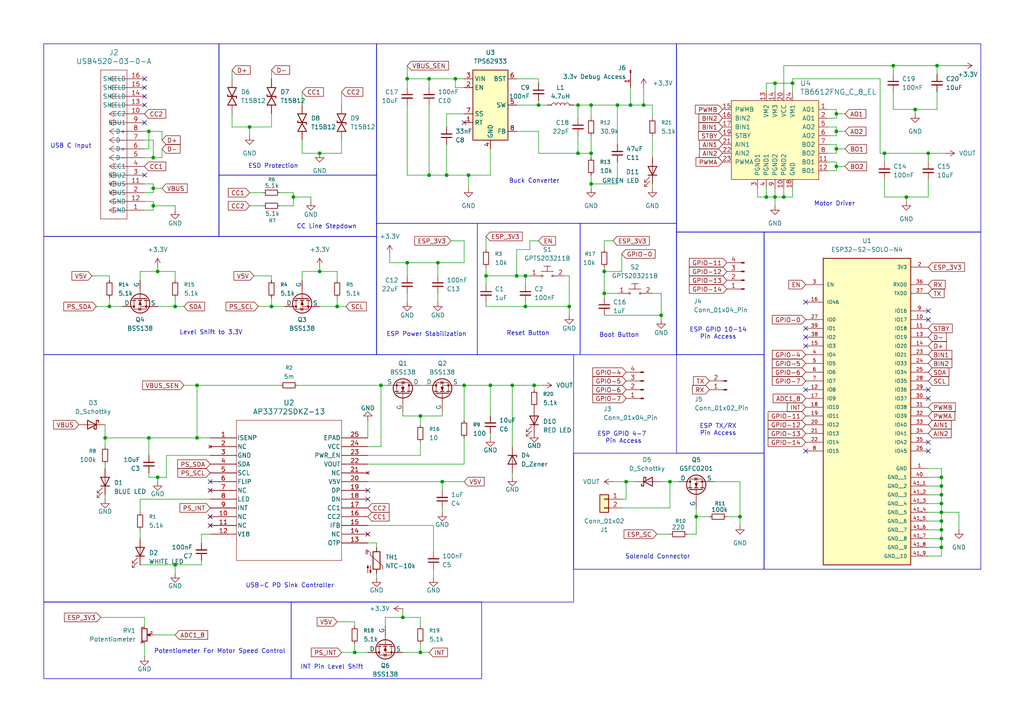
<source format=kicad_sch>
(kicad_sch (version 20250114) (generator "eeschema") (generator_version "9.0")
  (paper "A4")
  (rectangle (start 63.5 50.8) (end 109.22 68.58))
  (rectangle (start 109.22 64.77) (end 138.43 102.87))
  (rectangle (start 63.5 12.7) (end 109.22 50.8))
  (rectangle (start 109.22 12.7) (end 196.215 64.77))
  (rectangle (start 138.43 64.77) (end 168.275 102.87))
  (rectangle (start 168.275 64.77) (end 196.215 102.87))
  (rectangle (start 166.37 131.445) (end 221.615 165.1))
  (rectangle (start 221.615 67.31) (end 284.48 165.1))
  (rectangle (start 12.7 174.625) (end 84.455 196.85))
  (rectangle (start 196.215 12.7) (end 284.48 67.31))
  (rectangle (start 196.215 102.87) (end 221.615 131.445))
  (rectangle (start 12.7 102.87) (end 166.37 174.625))
  (rectangle (start 12.7 68.58) (end 109.22 102.87))
  (rectangle (start 109.22 48.26) (end 109.22 48.26))
  (rectangle (start 12.7 12.7) (end 63.5 68.58))
  (rectangle (start 196.215 67.31) (end 221.615 102.87))
  (rectangle (start 84.455 174.625) (end 139.7 196.85))
  (text "Motor Driver\n" (at 242.062 59.182 0) (effects (font (size 1.27 1.27))))
  (text "ESP GPIO 10-14\nPin Access\n" (at 208.28 96.774 0) (effects (font (size 1.27 1.27))))
  (text "CC Line Stepdown" (at 94.742 65.786 0) (effects (font (size 1.27 1.27))))
  (text "USB C Input" (at 20.574 42.418 0) (effects (font (size 1.27 1.27))))
  (text "ESP GPIO 4-7 \nPin Access" (at 180.848 127 0) (effects (font (size 1.27 1.27))))
  (text "ESP TX/RX\nPin Access\n" (at 208.28 124.714 0) (effects (font (size 1.27 1.27))))
  (text "Buck Converter" (at 154.94 52.578 0) (effects (font (size 1.27 1.27))))
  (text "ESD Protection\n" (at 79.248 48.26 0) (effects (font (size 1.27 1.27))))
  (text "Solenoid Connector" (at 190.754 161.544 0) (effects (font (size 1.27 1.27))))
  (text "Reset Button" (at 153.162 96.774 0) (effects (font (size 1.27 1.27))))
  (text "Level Shift to 3.3V\n" (at 61.214 96.52 0) (effects (font (size 1.27 1.27))))
  (text "INT Pin Level Shift" (at 96.266 193.548 0) (effects (font (size 1.27 1.27))))
  (text "USB-C PD Sink Controller" (at 84.074 169.926 0) (effects (font (size 1.27 1.27))))
  (text "Boot Button\n" (at 179.578 97.282 0) (effects (font (size 1.27 1.27))))
  (text "ESP Power Stabilization" (at 123.698 97.028 0) (effects (font (size 1.27 1.27))))
  (text "Potentiometer For Motor Speed Control" (at 63.754 188.976 0) (effects (font (size 1.27 1.27))))
  (junction (at 135.89 50.8))
  (junction (at 30.48 127))
  (junction (at 118.11 76.2))
  (junction (at 154.94 111.76))
  (junction (at 121.92 189.23))
  (junction (at 92.71 44.45))
  (junction (at 129.54 50.8))
  (junction (at 127 76.2))
  (junction (at 214.63 149.86))
  (junction (at 121.92 120.65))
  (junction (at 171.45 53.34))
  (junction (at 72.39 36.83))
  (junction (at 152.4 80.01))
  (junction (at 181.61 139.7))
  (junction (at 269.24 44.45))
  (junction (at 265.43 31.75))
  (junction (at 229.87 24.13))
  (junction (at 142.24 111.76))
  (junction (at 273.05 153.67))
  (junction (at 165.1 88.9))
  (junction (at 44.45 59.69))
  (junction (at 44.45 45.72))
  (junction (at 85.09 57.15))
  (junction (at 175.26 85.09))
  (junction (at 102.87 189.23))
  (junction (at 242.57 48.26))
  (junction (at 224.79 57.15))
  (junction (at 124.46 50.8))
  (junction (at 227.33 57.15))
  (junction (at 45.72 138.43))
  (junction (at 273.05 143.51))
  (junction (at 50.8 88.9))
  (junction (at 167.64 44.45))
  (junction (at 273.05 148.59))
  (junction (at 31.75 88.9))
  (junction (at 256.54 44.45))
  (junction (at 273.05 158.75))
  (junction (at 116.84 179.07))
  (junction (at 262.89 57.15))
  (junction (at 44.45 54.61))
  (junction (at 167.64 30.48))
  (junction (at 78.74 88.9))
  (junction (at 156.21 30.48))
  (junction (at 171.45 44.45))
  (junction (at 182.88 30.48))
  (junction (at 271.78 19.05))
  (junction (at 97.79 88.9))
  (junction (at 259.08 19.05))
  (junction (at 242.57 43.18))
  (junction (at 194.31 139.7))
  (junction (at 124.46 22.86))
  (junction (at 191.77 91.44))
  (junction (at 45.72 78.74))
  (junction (at 134.62 111.76))
  (junction (at 273.05 146.05))
  (junction (at 273.05 156.21))
  (junction (at 273.05 138.43))
  (junction (at 179.07 30.48))
  (junction (at 201.93 149.86))
  (junction (at 43.18 127))
  (junction (at 50.8 163.83))
  (junction (at 273.05 151.13))
  (junction (at 148.59 111.76))
  (junction (at 171.45 30.48))
  (junction (at 118.11 22.86))
  (junction (at 132.08 22.86))
  (junction (at 273.05 140.97))
  (junction (at 92.71 78.74))
  (junction (at 222.25 57.15))
  (junction (at 224.79 24.13))
  (junction (at 43.18 38.1))
  (junction (at 242.57 33.02))
  (junction (at 242.57 38.1))
  (junction (at 57.15 111.76))
  (junction (at 140.97 80.01))
  (junction (at 152.4 88.9))
  (junction (at 149.86 80.01))
  (junction (at 128.27 139.7))
  (junction (at 186.69 30.48))
  (junction (at 57.15 127))
  (junction (at 110.49 111.76))
  (junction (at 175.26 78.74))
  (no_connect (at 41.91 22.86))
  (no_connect (at 233.68 95.25))
  (no_connect (at 269.24 128.27))
  (no_connect (at 106.68 154.94))
  (no_connect (at 269.24 90.17))
  (no_connect (at 233.68 87.63))
  (no_connect (at 41.91 25.4))
  (no_connect (at 233.68 97.79))
  (no_connect (at 134.62 35.56))
  (no_connect (at 60.96 152.4))
  (no_connect (at 60.96 149.86))
  (no_connect (at 41.91 35.56))
  (no_connect (at 233.68 130.81))
  (no_connect (at 60.96 139.7))
  (no_connect (at 269.24 115.57))
  (no_connect (at 233.68 100.33))
  (no_connect (at 41.91 50.8))
  (no_connect (at 106.68 144.78))
  (no_connect (at 269.24 92.71))
  (no_connect (at 269.24 113.03))
  (no_connect (at 233.68 113.03))
  (no_connect (at 41.91 27.94))
  (no_connect (at 60.96 142.24))
  (no_connect (at 269.24 130.81))
  (no_connect (at 41.91 30.48))
  (no_connect (at 106.68 142.24))
  (wire (pts (xy 92.71 44.45) (xy 99.06 44.45)))
  (wire (pts (xy 116.84 120.65) (xy 121.92 120.65)))
  (wire (pts (xy 57.15 111.76) (xy 81.28 111.76)))
  (wire (pts (xy 87.63 44.45) (xy 92.71 44.45)))
  (wire (pts (xy 50.8 78.74) (xy 45.72 78.74)))
  (wire (pts (xy 50.8 81.28) (xy 50.8 78.74)))
  (wire (pts (xy 133.35 111.76) (xy 134.62 111.76)))
  (wire (pts (xy 30.48 123.19) (xy 30.48 127)))
  (wire (pts (xy 273.05 158.75) (xy 273.05 161.29)))
  (wire (pts (xy 30.48 143.51) (xy 30.48 144.78)))
  (wire (pts (xy 30.48 127) (xy 43.18 127)))
  (wire (pts (xy 153.67 69.85) (xy 153.67 72.39)))
  (wire (pts (xy 50.8 59.69) (xy 50.8 60.96)))
  (wire (pts (xy 134.62 111.76) (xy 142.24 111.76)))
  (wire (pts (xy 124.46 22.86) (xy 124.46 25.4)))
  (wire (pts (xy 44.45 184.15) (xy 50.8 184.15)))
  (wire (pts (xy 118.11 22.86) (xy 118.11 25.4)))
  (wire (pts (xy 41.91 186.69) (xy 41.91 190.5)))
  (wire (pts (xy 269.24 148.59) (xy 273.05 148.59)))
  (wire (pts (xy 140.97 80.01) (xy 149.86 80.01)))
  (wire (pts (xy 224.79 57.15) (xy 224.79 54.61)))
  (wire (pts (xy 222.25 26.67) (xy 222.25 24.13)))
  (wire (pts (xy 41.91 43.18) (xy 43.18 43.18)))
  (wire (pts (xy 73.66 80.01) (xy 78.74 80.01)))
  (wire (pts (xy 167.64 30.48) (xy 171.45 30.48)))
  (wire (pts (xy 256.54 57.15) (xy 262.89 57.15)))
  (wire (pts (xy 149.86 72.39) (xy 153.67 72.39)))
  (wire (pts (xy 191.77 139.7) (xy 194.31 139.7)))
  (wire (pts (xy 134.62 25.4) (xy 132.08 25.4)))
  (wire (pts (xy 201.93 149.86) (xy 201.93 154.94)))
  (wire (pts (xy 271.78 26.67) (xy 271.78 31.75)))
  (wire (pts (xy 31.75 88.9) (xy 31.75 86.36)))
  (wire (pts (xy 67.31 36.83) (xy 72.39 36.83)))
  (wire (pts (xy 45.72 139.7) (xy 45.72 138.43)))
  (wire (pts (xy 148.59 111.76) (xy 148.59 129.54)))
  (wire (pts (xy 134.62 76.2) (xy 134.62 69.85)))
  (wire (pts (xy 113.03 76.2) (xy 118.11 76.2)))
  (wire (pts (xy 242.57 43.18) (xy 245.11 43.18)))
  (wire (pts (xy 90.17 57.15) (xy 90.17 58.42)))
  (wire (pts (xy 227.33 57.15) (xy 227.33 54.61)))
  (wire (pts (xy 110.49 111.76) (xy 110.49 129.54)))
  (wire (pts (xy 255.27 44.45) (xy 256.54 44.45)))
  (wire (pts (xy 44.45 59.69) (xy 44.45 60.96)))
  (wire (pts (xy 242.57 31.75) (xy 242.57 33.02)))
  (wire (pts (xy 85.09 57.15) (xy 85.09 59.69)))
  (wire (pts (xy 50.8 88.9) (xy 53.34 88.9)))
  (wire (pts (xy 41.91 40.64) (xy 44.45 40.64)))
  (wire (pts (xy 43.18 127) (xy 57.15 127)))
  (wire (pts (xy 269.24 161.29) (xy 273.05 161.29)))
  (wire (pts (xy 135.89 50.8) (xy 142.24 50.8)))
  (wire (pts (xy 167.64 44.45) (xy 171.45 44.45)))
  (wire (pts (xy 240.03 31.75) (xy 242.57 31.75)))
  (wire (pts (xy 242.57 33.02) (xy 245.11 33.02)))
  (wire (pts (xy 118.11 19.05) (xy 118.11 22.86)))
  (wire (pts (xy 180.34 78.74) (xy 180.34 73.66)))
  (wire (pts (xy 222.25 24.13) (xy 224.79 24.13)))
  (wire (pts (xy 78.74 88.9) (xy 78.74 86.36)))
  (wire (pts (xy 43.18 43.18) (xy 43.18 38.1)))
  (wire (pts (xy 72.39 59.69) (xy 76.2 59.69)))
  (wire (pts (xy 97.79 88.9) (xy 97.79 86.36)))
  (wire (pts (xy 214.63 139.7) (xy 214.63 149.86)))
  (wire (pts (xy 194.31 139.7) (xy 194.31 147.32)))
  (wire (pts (xy 256.54 52.07) (xy 256.54 57.15)))
  (wire (pts (xy 273.05 146.05) (xy 273.05 148.59)))
  (wire (pts (xy 269.24 138.43) (xy 273.05 138.43)))
  (wire (pts (xy 121.92 111.76) (xy 123.19 111.76)))
  (wire (pts (xy 152.4 80.01) (xy 152.4 82.55)))
  (wire (pts (xy 43.18 138.43) (xy 43.18 137.16)))
  (wire (pts (xy 116.84 119.38) (xy 116.84 120.65)))
  (wire (pts (xy 87.63 81.28) (xy 87.63 78.74)))
  (wire (pts (xy 97.79 81.28) (xy 97.79 78.74)))
  (wire (pts (xy 256.54 44.45) (xy 256.54 46.99)))
  (wire (pts (xy 229.87 26.67) (xy 229.87 24.13)))
  (wire (pts (xy 171.45 30.48) (xy 171.45 34.29)))
  (wire (pts (xy 189.23 85.09) (xy 191.77 85.09)))
  (wire (pts (xy 58.42 162.56) (xy 58.42 163.83)))
  (wire (pts (xy 45.72 78.74) (xy 40.64 78.74)))
  (wire (pts (xy 134.62 127) (xy 134.62 134.62)))
  (wire (pts (xy 273.05 148.59) (xy 273.05 151.13)))
  (wire (pts (xy 128.27 147.32) (xy 128.27 148.59)))
  (wire (pts (xy 175.26 78.74) (xy 175.26 85.09)))
  (wire (pts (xy 273.05 140.97) (xy 269.24 140.97)))
  (wire (pts (xy 124.46 50.8) (xy 129.54 50.8)))
  (wire (pts (xy 121.92 128.27) (xy 121.92 132.08)))
  (wire (pts (xy 227.33 26.67) (xy 227.33 19.05)))
  (wire (pts (xy 78.74 80.01) (xy 78.74 81.28)))
  (wire (pts (xy 128.27 139.7) (xy 106.68 139.7)))
  (wire (pts (xy 30.48 127) (xy 30.48 129.54)))
  (wire (pts (xy 43.18 132.08) (xy 43.18 127)))
  (wire (pts (xy 269.24 52.07) (xy 269.24 57.15)))
  (wire (pts (xy 189.23 39.37) (xy 189.23 45.72)))
  (wire (pts (xy 219.71 57.15) (xy 222.25 57.15)))
  (wire (pts (xy 194.31 154.94) (xy 190.5 154.94)))
  (wire (pts (xy 97.79 88.9) (xy 100.33 88.9)))
  (wire (pts (xy 156.21 44.45) (xy 167.64 44.45)))
  (wire (pts (xy 92.71 88.9) (xy 97.79 88.9)))
  (wire (pts (xy 273.05 151.13) (xy 273.05 153.67)))
  (wire (pts (xy 140.97 68.58) (xy 140.97 72.39)))
  (wire (pts (xy 97.79 78.74) (xy 92.71 78.74)))
  (wire (pts (xy 154.94 111.76) (xy 157.48 111.76)))
  (wire (pts (xy 110.49 129.54) (xy 106.68 129.54)))
  (wire (pts (xy 269.24 44.45) (xy 274.32 44.45)))
  (wire (pts (xy 269.24 135.89) (xy 273.05 135.89)))
  (wire (pts (xy 156.21 44.45) (xy 156.21 38.1)))
  (wire (pts (xy 153.67 69.85) (xy 156.21 69.85)))
  (wire (pts (xy 242.57 49.53) (xy 240.03 49.53)))
  (wire (pts (xy 242.57 33.02) (xy 242.57 34.29)))
  (wire (pts (xy 242.57 39.37) (xy 240.03 39.37)))
  (wire (pts (xy 60.96 144.78) (xy 40.64 144.78)))
  (wire (pts (xy 41.91 55.88) (xy 44.45 55.88)))
  (wire (pts (xy 72.39 55.88) (xy 76.2 55.88)))
  (wire (pts (xy 166.37 30.48) (xy 167.64 30.48)))
  (wire (pts (xy 92.71 77.47) (xy 92.71 78.74)))
  (wire (pts (xy 44.45 45.72) (xy 46.99 45.72)))
  (wire (pts (xy 140.97 77.47) (xy 140.97 80.01)))
  (wire (pts (xy 128.27 142.24) (xy 128.27 139.7)))
  (wire (pts (xy 269.24 158.75) (xy 273.05 158.75)))
  (wire (pts (xy 41.91 179.07) (xy 41.91 181.61)))
  (wire (pts (xy 271.78 19.05) (xy 259.08 19.05)))
  (wire (pts (xy 194.31 139.7) (xy 196.85 139.7)))
  (wire (pts (xy 273.05 143.51) (xy 273.05 146.05)))
  (wire (pts (xy 67.31 20.32) (xy 67.31 22.86)))
  (wire (pts (xy 224.79 57.15) (xy 227.33 57.15)))
  (wire (pts (xy 269.24 156.21) (xy 273.05 156.21)))
  (wire (pts (xy 152.4 87.63) (xy 152.4 88.9)))
  (wire (pts (xy 259.08 31.75) (xy 265.43 31.75)))
  (wire (pts (xy 171.45 30.48) (xy 179.07 30.48)))
  (wire (pts (xy 109.22 166.37) (xy 109.22 167.64)))
  (wire (pts (xy 121.92 120.65) (xy 128.27 120.65)))
  (wire (pts (xy 242.57 38.1) (xy 245.11 38.1)))
  (wire (pts (xy 81.28 55.88) (xy 85.09 55.88)))
  (wire (pts (xy 43.18 38.1) (xy 46.99 38.1)))
  (wire (pts (xy 109.22 157.48) (xy 109.22 158.75)))
  (wire (pts (xy 269.24 146.05) (xy 273.05 146.05)))
  (wire (pts (xy 214.63 149.86) (xy 214.63 152.4)))
  (wire (pts (xy 240.03 41.91) (xy 242.57 41.91)))
  (wire (pts (xy 242.57 36.83) (xy 242.57 38.1)))
  (wire (pts (xy 44.45 53.34) (xy 44.45 54.61)))
  (wire (pts (xy 177.8 69.85) (xy 175.26 69.85)))
  (wire (pts (xy 121.92 120.65) (xy 121.92 123.19)))
  (wire (pts (xy 229.87 22.86) (xy 255.27 22.86)))
  (wire (pts (xy 224.79 24.13) (xy 224.79 26.67)))
  (wire (pts (xy 242.57 44.45) (xy 240.03 44.45)))
  (wire (pts (xy 269.24 151.13) (xy 273.05 151.13)))
  (wire (pts (xy 44.45 54.61) (xy 46.99 54.61)))
  (wire (pts (xy 219.71 54.61) (xy 219.71 57.15)))
  (wire (pts (xy 121.92 189.23) (xy 124.46 189.23)))
  (wire (pts (xy 165.1 80.01) (xy 163.83 80.01)))
  (wire (pts (xy 229.87 24.13) (xy 229.87 22.86)))
  (wire (pts (xy 99.06 189.23) (xy 102.87 189.23)))
  (wire (pts (xy 175.26 85.09) (xy 179.07 85.09)))
  (wire (pts (xy 189.23 30.48) (xy 186.69 30.48)))
  (wire (pts (xy 142.24 125.73) (xy 142.24 127)))
  (wire (pts (xy 40.64 153.67) (xy 40.64 156.21)))
  (wire (pts (xy 165.1 91.44) (xy 165.1 88.9)))
  (wire (pts (xy 165.1 80.01) (xy 165.1 88.9)))
  (wire (pts (xy 72.39 36.83) (xy 72.39 39.37)))
  (wire (pts (xy 41.91 58.42) (xy 44.45 58.42)))
  (wire (pts (xy 156.21 30.48) (xy 156.21 29.21)))
  (wire (pts (xy 201.93 149.86) (xy 205.74 149.86)))
  (wire (pts (xy 167.64 39.37) (xy 167.64 44.45)))
  (wire (pts (xy 165.1 88.9) (xy 152.4 88.9)))
  (wire (pts (xy 58.42 154.94) (xy 58.42 157.48)))
  (wire (pts (xy 124.46 30.48) (xy 124.46 50.8)))
  (wire (pts (xy 30.48 134.62) (xy 30.48 135.89)))
  (wire (pts (xy 273.05 138.43) (xy 273.05 140.97)))
  (wire (pts (xy 118.11 76.2) (xy 127 76.2)))
  (wire (pts (xy 278.13 148.59) (xy 278.13 153.67)))
  (wire (pts (xy 222.25 57.15) (xy 222.25 54.61)))
  (wire (pts (xy 116.84 176.53) (xy 116.84 179.07)))
  (wire (pts (xy 127 76.2) (xy 127 80.01)))
  (wire (pts (xy 128.27 119.38) (xy 128.27 120.65)))
  (wire (pts (xy 142.24 111.76) (xy 142.24 120.65)))
  (wire (pts (xy 140.97 88.9) (xy 152.4 88.9)))
  (wire (pts (xy 121.92 132.08) (xy 106.68 132.08)))
  (wire (pts (xy 102.87 189.23) (xy 102.87 186.69)))
  (wire (pts (xy 240.03 46.99) (xy 242.57 46.99)))
  (wire (pts (xy 240.03 36.83) (xy 242.57 36.83)))
  (wire (pts (xy 149.86 22.86) (xy 156.21 22.86)))
  (wire (pts (xy 87.63 40.64) (xy 87.63 44.45)))
  (wire (pts (xy 125.73 152.4) (xy 125.73 160.02)))
  (wire (pts (xy 134.62 111.76) (xy 134.62 121.92)))
  (wire (pts (xy 156.21 38.1) (xy 149.86 38.1)))
  (wire (pts (xy 50.8 163.83) (xy 58.42 163.83)))
  (wire (pts (xy 175.26 91.44) (xy 191.77 91.44)))
  (wire (pts (xy 273.05 135.89) (xy 273.05 138.43)))
  (wire (pts (xy 279.4 19.05) (xy 271.78 19.05)))
  (wire (pts (xy 127 85.09) (xy 127 87.63)))
  (wire (pts (xy 149.86 80.01) (xy 152.4 80.01)))
  (wire (pts (xy 67.31 33.02) (xy 67.31 36.83)))
  (wire (pts (xy 135.89 50.8) (xy 129.54 50.8)))
  (wire (pts (xy 40.64 163.83) (xy 50.8 163.83)))
  (wire (pts (xy 175.26 69.85) (xy 175.26 72.39)))
  (wire (pts (xy 273.05 140.97) (xy 273.05 143.51)))
  (wire (pts (xy 113.03 73.66) (xy 113.03 76.2)))
  (wire (pts (xy 229.87 57.15) (xy 229.87 54.61)))
  (wire (pts (xy 186.69 25.4) (xy 186.69 30.48)))
  (wire (pts (xy 182.88 25.4) (xy 182.88 30.48)))
  (wire (pts (xy 44.45 54.61) (xy 44.45 55.88)))
  (wire (pts (xy 142.24 111.76) (xy 148.59 111.76)))
  (wire (pts (xy 106.68 121.92) (xy 106.68 127)))
  (wire (pts (xy 210.82 149.86) (xy 214.63 149.86)))
  (wire (pts (xy 48.26 138.43) (xy 48.26 132.08)))
  (wire (pts (xy 41.91 38.1) (xy 43.18 38.1)))
  (wire (pts (xy 45.72 88.9) (xy 50.8 88.9)))
  (wire (pts (xy 181.61 139.7) (xy 184.15 139.7)))
  (wire (pts (xy 31.75 80.01) (xy 31.75 81.28)))
  (wire (pts (xy 78.74 20.32) (xy 78.74 22.86)))
  (wire (pts (xy 106.68 152.4) (xy 125.73 152.4)))
  (wire (pts (xy 99.06 44.45) (xy 99.06 40.64)))
  (wire (pts (xy 102.87 180.34) (xy 102.87 181.61)))
  (wire (pts (xy 132.08 22.86) (xy 132.08 25.4)))
  (wire (pts (xy 191.77 85.09) (xy 191.77 91.44)))
  (wire (pts (xy 242.57 41.91) (xy 242.57 43.18)))
  (wire (pts (xy 148.59 137.16) (xy 148.59 138.43)))
  (wire (pts (xy 40.64 144.78) (xy 40.64 148.59)))
  (wire (pts (xy 182.88 30.48) (xy 186.69 30.48)))
  (wire (pts (xy 87.63 30.48) (xy 87.63 26.67)))
  (wire (pts (xy 154.94 113.03) (xy 154.94 111.76)))
  (wire (pts (xy 207.01 139.7) (xy 214.63 139.7)))
  (wire (pts (xy 29.21 179.07) (xy 41.91 179.07)))
  (wire (pts (xy 227.33 57.15) (xy 229.87 57.15)))
  (wire (pts (xy 53.34 111.76) (xy 57.15 111.76)))
  (wire (pts (xy 85.09 55.88) (xy 85.09 57.15)))
  (wire (pts (xy 74.93 88.9) (xy 78.74 88.9)))
  (wire (pts (xy 44.45 40.64) (xy 44.45 45.72)))
  (wire (pts (xy 171.45 53.34) (xy 179.07 53.34)))
  (wire (pts (xy 102.87 189.23) (xy 106.68 189.23)))
  (wire (pts (xy 121.92 189.23) (xy 121.92 186.69)))
  (wire (pts (xy 92.71 78.74) (xy 87.63 78.74)))
  (wire (pts (xy 134.62 33.02) (xy 129.54 33.02)))
  (wire (pts (xy 118.11 85.09) (xy 118.11 87.63)))
  (wire (pts (xy 171.45 39.37) (xy 171.45 44.45)))
  (wire (pts (xy 271.78 31.75) (xy 265.43 31.75)))
  (wire (pts (xy 149.86 80.01) (xy 149.86 72.39)))
  (wire (pts (xy 99.06 30.48) (xy 99.06 26.67)))
  (wire (pts (xy 152.4 80.01) (xy 153.67 80.01)))
  (wire (pts (xy 97.79 180.34) (xy 102.87 180.34)))
  (wire (pts (xy 128.27 139.7) (xy 134.62 139.7)))
  (wire (pts (xy 271.78 19.05) (xy 271.78 21.59)))
  (wire (pts (xy 229.87 24.13) (xy 224.79 24.13)))
  (wire (pts (xy 43.18 138.43) (xy 45.72 138.43)))
  (wire (pts (xy 27.94 88.9) (xy 31.75 88.9)))
  (wire (pts (xy 189.23 53.34) (xy 189.23 54.61)))
  (wire (pts (xy 181.61 139.7) (xy 181.61 144.78)))
  (wire (pts (xy 148.59 111.76) (xy 154.94 111.76)))
  (wire (pts (xy 50.8 163.83) (xy 50.8 166.37)))
  (wire (pts (xy 41.91 45.72) (xy 44.45 45.72)))
  (wire (pts (xy 269.24 143.51) (xy 273.05 143.51)))
  (wire (pts (xy 191.77 91.44) (xy 191.77 92.71)))
  (wire (pts (xy 179.07 30.48) (xy 179.07 41.91)))
  (wire (pts (xy 256.54 44.45) (xy 269.24 44.45)))
  (wire (pts (xy 273.05 156.21) (xy 273.05 158.75)))
  (wire (pts (xy 262.89 57.15) (xy 262.89 58.42)))
  (wire (pts (xy 45.72 138.43) (xy 48.26 138.43)))
  (wire (pts (xy 156.21 22.86) (xy 156.21 24.13)))
  (wire (pts (xy 121.92 181.61) (xy 121.92 179.07)))
  (wire (pts (xy 118.11 30.48) (xy 118.11 50.8)))
  (wire (pts (xy 50.8 88.9) (xy 50.8 86.36)))
  (wire (pts (xy 269.24 57.15) (xy 262.89 57.15)))
  (wire (pts (xy 85.09 57.15) (xy 90.17 57.15)))
  (wire (pts (xy 48.26 132.08) (xy 60.96 132.08)))
  (wire (pts (xy 201.93 147.32) (xy 201.93 149.86)))
  (wire (pts (xy 242.57 48.26) (xy 245.11 48.26)))
  (wire (pts (xy 106.68 157.48) (xy 109.22 157.48)))
  (wire (pts (xy 40.64 81.28) (xy 40.64 78.74)))
  (wire (pts (xy 85.09 59.69) (xy 81.28 59.69)))
  (wire (pts (xy 134.62 134.62) (xy 106.68 134.62)))
  (wire (pts (xy 171.45 53.34) (xy 171.45 54.61)))
  (wire (pts (xy 201.93 154.94) (xy 199.39 154.94)))
  (wire (pts (xy 124.46 22.86) (xy 132.08 22.86)))
  (wire (pts (xy 132.08 22.86) (xy 134.62 22.86)))
  (wire (pts (xy 142.24 43.18) (xy 142.24 50.8)))
  (wire (pts (xy 259.08 26.67) (xy 259.08 31.75)))
  (wire (pts (xy 259.08 19.05) (xy 259.08 21.59)))
  (wire (pts (xy 140.97 80.01) (xy 140.97 82.55)))
  (wire (pts (xy 72.39 36.83) (xy 78.74 36.83)))
  (wire (pts (xy 111.76 181.61) (xy 111.76 179.07)))
  (wire (pts (xy 265.43 31.75) (xy 265.43 33.02)))
  (wire (pts (xy 171.45 50.8) (xy 171.45 53.34)))
  (wire (pts (xy 171.45 44.45) (xy 171.45 45.72)))
  (wire (pts (xy 255.27 22.86) (xy 255.27 44.45)))
  (wire (pts (xy 86.36 111.76) (xy 110.49 111.76)))
  (wire (pts (xy 129.54 41.91) (xy 129.54 50.8)))
  (wire (pts (xy 149.86 30.48) (xy 156.21 30.48)))
  (wire (pts (xy 222.25 57.15) (xy 224.79 57.15)))
  (wire (pts (xy 269.24 44.45) (xy 269.24 46.99)))
  (wire (pts (xy 110.49 111.76) (xy 111.76 111.76)))
  (wire (pts (xy 44.45 53.34) (xy 41.91 53.34)))
  (wire (pts (xy 60.96 154.94) (xy 58.42 154.94)))
  (wire (pts (xy 57.15 127) (xy 57.15 111.76)))
  (wire (pts (xy 46.99 38.1) (xy 46.99 40.64)))
  (wire (pts (xy 179.07 46.99) (xy 179.07 53.34)))
  (wire (pts (xy 46.99 45.72) (xy 46.99 43.18)))
  (wire (pts (xy 125.73 165.1) (xy 125.73 167.64)))
  (wire (pts (xy 175.26 77.47) (xy 175.26 78.74)))
  (wire (pts (xy 181.61 144.78) (xy 180.34 144.78)))
  (wire (pts (xy 242.57 34.29) (xy 240.03 34.29)))
  (wire (pts (xy 273.05 148.59) (xy 278.13 148.59)))
  (wire (pts (xy 269.24 153.67) (xy 273.05 153.67)))
  (wire (pts (xy 44.45 58.42) (xy 44.45 59.69)))
  (wire (pts (xy 259.08 19.05) (xy 227.33 19.05)))
  (wire (pts (xy 116.84 189.23) (xy 121.92 189.23)))
  (wire (pts (xy 116.84 179.07) (xy 111.76 179.07)))
  (wire (pts (xy 140.97 87.63) (xy 140.97 88.9)))
  (wire (pts (xy 118.11 50.8) (xy 124.46 50.8)))
  (wire (pts (xy 26.67 80.01) (xy 31.75 80.01)))
  (wire (pts (xy 180.34 147.32) (xy 194.31 147.32)))
  (wire (pts (xy 78.74 88.9) (xy 82.55 88.9)))
  (wire (pts (xy 242.57 38.1) (xy 242.57 39.37)))
  (wire (pts (xy 273.05 153.67) (xy 273.05 156.21)))
  (wire (pts (xy 121.92 179.07) (xy 116.84 179.07)))
  (wire (pts (xy 189.23 30.48) (xy 189.23 34.29)))
  (wire (pts (xy 41.91 60.96) (xy 44.45 60.96)))
  (wire (pts (xy 31.75 88.9) (xy 35.56 88.9)))
  (wire (pts (xy 156.21 30.48) (xy 158.75 30.48)))
  (wire (pts (xy 78.74 33.02) (xy 78.74 36.83)))
  (wire (pts (xy 135.89 54.61) (xy 135.89 50.8)))
  (wire (pts (xy 224.79 57.15) (xy 224.79 59.69)))
  (wire (pts (xy 118.11 22.86) (xy 124.46 22.86)))
  (wire (pts (xy 242.57 43.18) (xy 242.57 44.45)))
  (wire (pts (xy 177.8 139.7) (xy 181.61 139.7)))
  (wire (pts (xy 242.57 46.99) (xy 242.57 48.26)))
  (wire (pts (xy 129.54 33.02) (xy 129.54 36.83)))
  (wire (pts (xy 44.45 59.69) (xy 50.8 59.69)))
  (wire (pts (xy 175.26 85.09) (xy 175.26 86.36)))
  (wire (pts (xy 179.07 30.48) (xy 182.88 30.48)))
  (wire (pts (xy 242.57 48.26) (xy 242.57 49.53)))
  (wire (pts (xy 127 76.2) (xy 134.62 76.2)))
  (wire (pts (xy 167.64 30.48) (xy 167.64 34.29)))
  (wire (pts (xy 57.15 127) (xy 60.96 127)))
  (wire (pts (xy 118.11 76.2) (xy 118.11 80.01)))
  (wire (pts (xy 134.62 69.85) (xy 130.81 69.85)))
  (wire (pts (xy 45.72 77.47) (xy 45.72 78.74)))
  (wire (pts (xy 175.26 78.74) (xy 180.34 78.74)))
  (global_label "SDA" (shape input) (at 53.34 88.9 0) (property "Intersheetrefs" "${INTERSHEET_REFS}" (effects (hide yes))))
  (global_label "GPIO-7" (shape input) (at 233.68 110.49 180) (property "Intersheetrefs" "${INTERSHEET_REFS}" (effects (hide yes))))
  (global_label "GPIO-6" (shape input) (at 233.68 107.95 180) (property "Intersheetrefs" "${INTERSHEET_REFS}" (effects (hide yes))))
  (global_label "ADC1_8" (shape input) (at 233.68 115.57 180) (property "Intersheetrefs" "${INTERSHEET_REFS}" (effects (hide yes))))
  (global_label "GPIO-7" (shape input) (at 181.61 115.57 180) (property "Intersheetrefs" "${INTERSHEET_REFS}" (effects (hide yes))))
  (global_label "INT" (shape input) (at 124.46 189.23 0) (property "Intersheetrefs" "${INTERSHEET_REFS}" (effects (hide yes))))
  (global_label "PWMB" (shape input) (at 209.55 31.75 180) (property "Intersheetrefs" "${INTERSHEET_REFS}" (effects (hide yes))))
  (global_label "PWMB" (shape input) (at 269.24 118.11 0) (property "Intersheetrefs" "${INTERSHEET_REFS}" (effects (hide yes))))
  (global_label "V5V" (shape input) (at 73.66 80.01 180) (property "Intersheetrefs" "${INTERSHEET_REFS}" (effects (hide yes))))
  (global_label "D+" (shape input) (at 67.31 20.32 0) (property "Intersheetrefs" "${INTERSHEET_REFS}" (effects (hide yes))))
  (global_label "BO2" (shape input) (at 245.11 48.26 0) (property "Intersheetrefs" "${INTERSHEET_REFS}" (effects (hide yes))))
  (global_label "PS_INT" (shape input) (at 60.96 147.32 180) (property "Intersheetrefs" "${INTERSHEET_REFS}" (effects (hide yes))))
  (global_label "VBUS_SEN" (shape input) (at 53.34 111.76 180) (property "Intersheetrefs" "${INTERSHEET_REFS}" (effects (hide yes))))
  (global_label "CC2" (shape input) (at 72.39 59.69 180) (property "Intersheetrefs" "${INTERSHEET_REFS}" (effects (hide yes))))
  (global_label "AO2" (shape input) (at 245.11 38.1 0) (property "Intersheetrefs" "${INTERSHEET_REFS}" (effects (hide yes))))
  (global_label "SCL" (shape input) (at 269.24 110.49 0) (property "Intersheetrefs" "${INTERSHEET_REFS}" (effects (hide yes))))
  (global_label "CC2" (shape input) (at 99.06 26.67 0) (property "Intersheetrefs" "${INTERSHEET_REFS}" (effects (hide yes))))
  (global_label "D-" (shape input) (at 269.24 97.79 0) (property "Intersheetrefs" "${INTERSHEET_REFS}" (effects (hide yes))))
  (global_label "EN" (shape input) (at 156.21 69.85 0) (property "Intersheetrefs" "${INTERSHEET_REFS}" (effects (hide yes))))
  (global_label "PS_SCL" (shape input) (at 74.93 88.9 180) (property "Intersheetrefs" "${INTERSHEET_REFS}" (effects (hide yes))))
  (global_label "BIN1" (shape input) (at 269.24 102.87 0) (property "Intersheetrefs" "${INTERSHEET_REFS}" (effects (hide yes))))
  (global_label "AIN1" (shape input) (at 209.55 41.91 180) (property "Intersheetrefs" "${INTERSHEET_REFS}" (effects (hide yes))))
  (global_label "ESP_SC" (shape input) (at 190.5 154.94 180) (property "Intersheetrefs" "${INTERSHEET_REFS}" (effects (hide yes))))
  (global_label "AO1" (shape input) (at 245.11 33.02 0) (property "Intersheetrefs" "${INTERSHEET_REFS}" (effects (hide yes))))
  (global_label "CC1" (shape input) (at 41.91 48.26 0) (property "Intersheetrefs" "${INTERSHEET_REFS}" (effects (hide yes))))
  (global_label "V5V" (shape input) (at 97.79 180.34 180) (property "Intersheetrefs" "${INTERSHEET_REFS}" (effects (hide yes))))
  (global_label "STBY" (shape input) (at 269.24 95.25 0) (property "Intersheetrefs" "${INTERSHEET_REFS}" (effects (hide yes))))
  (global_label "PS_SDA" (shape input) (at 27.94 88.9 180) (property "Intersheetrefs" "${INTERSHEET_REFS}" (effects (hide yes))))
  (global_label "SDA" (shape input) (at 269.24 107.95 0) (property "Intersheetrefs" "${INTERSHEET_REFS}" (effects (hide yes))))
  (global_label "TX" (shape input) (at 269.24 85.09 0) (property "Intersheetrefs" "${INTERSHEET_REFS}" (effects (hide yes))))
  (global_label "D+" (shape input) (at 46.99 40.64 0) (property "Intersheetrefs" "${INTERSHEET_REFS}" (effects (hide yes))))
  (global_label "AIN2" (shape input) (at 209.55 44.45 180) (property "Intersheetrefs" "${INTERSHEET_REFS}" (effects (hide yes))))
  (global_label "EN" (shape input) (at 233.68 82.55 180) (property "Intersheetrefs" "${INTERSHEET_REFS}" (effects (hide yes))))
  (global_label "GPIO-5" (shape input) (at 181.61 110.49 180) (property "Intersheetrefs" "${INTERSHEET_REFS}" (effects (hide yes))))
  (global_label "D-" (shape input) (at 78.74 20.32 0) (property "Intersheetrefs" "${INTERSHEET_REFS}" (effects (hide yes))))
  (global_label "CC1" (shape input) (at 72.39 55.88 180) (property "Intersheetrefs" "${INTERSHEET_REFS}" (effects (hide yes))))
  (global_label "ADC1_8" (shape input) (at 50.8 184.15 0) (property "Intersheetrefs" "${INTERSHEET_REFS}" (effects (hide yes))))
  (global_label "GPIO-4" (shape input) (at 181.61 107.95 180) (property "Intersheetrefs" "${INTERSHEET_REFS}" (effects (hide yes))))
  (global_label "PS_SCL" (shape input) (at 60.96 137.16 180) (property "Intersheetrefs" "${INTERSHEET_REFS}" (effects (hide yes))))
  (global_label "STBY" (shape input) (at 209.55 39.37 180) (property "Intersheetrefs" "${INTERSHEET_REFS}" (effects (hide yes))))
  (global_label "GPIO-0" (shape input) (at 233.68 92.71 180) (property "Intersheetrefs" "${INTERSHEET_REFS}" (effects (hide yes))))
  (global_label "GPIO-12" (shape input) (at 233.68 123.19 180) (property "Intersheetrefs" "${INTERSHEET_REFS}" (effects (hide yes))))
  (global_label "BIN2" (shape input) (at 269.24 105.41 0) (property "Intersheetrefs" "${INTERSHEET_REFS}" (effects (hide yes))))
  (global_label "ESP_3V3" (shape input) (at 269.24 77.47 0) (property "Intersheetrefs" "${INTERSHEET_REFS}" (effects (hide yes))))
  (global_label "VBUS" (shape input) (at 46.99 54.61 0) (property "Intersheetrefs" "${INTERSHEET_REFS}" (effects (hide yes))))
  (global_label "INT" (shape input) (at 233.68 118.11 180) (property "Intersheetrefs" "${INTERSHEET_REFS}" (effects (hide yes))))
  (global_label "AIN2" (shape input) (at 269.24 125.73 0) (property "Intersheetrefs" "${INTERSHEET_REFS}" (effects (hide yes))))
  (global_label "ESP_3V3" (shape input) (at 130.81 69.85 180) (property "Intersheetrefs" "${INTERSHEET_REFS}" (effects (hide yes))))
  (global_label "RX" (shape input) (at 205.74 113.03 180) (property "Intersheetrefs" "${INTERSHEET_REFS}" (effects (hide yes))))
  (global_label "PWMA" (shape input) (at 269.24 120.65 0) (property "Intersheetrefs" "${INTERSHEET_REFS}" (effects (hide yes))))
  (global_label "PWMA" (shape input) (at 209.55 46.99 180) (property "Intersheetrefs" "${INTERSHEET_REFS}" (effects (hide yes))))
  (global_label "CC1" (shape input) (at 106.68 149.86 0) (property "Intersheetrefs" "${INTERSHEET_REFS}" (effects (hide yes))))
  (global_label "GPIO-11" (shape input) (at 210.82 76.2 180) (property "Intersheetrefs" "${INTERSHEET_REFS}" (effects (hide yes))))
  (global_label "GPIO-14" (shape input) (at 210.82 83.82 180) (property "Intersheetrefs" "${INTERSHEET_REFS}" (effects (hide yes))))
  (global_label "CC2" (shape input) (at 41.91 33.02 0) (property "Intersheetrefs" "${INTERSHEET_REFS}" (effects (hide yes))))
  (global_label "V5V" (shape input) (at 26.67 80.01 180) (property "Intersheetrefs" "${INTERSHEET_REFS}" (effects (hide yes))))
  (global_label "VBUS_SEN" (shape input) (at 118.11 19.05 0) (property "Intersheetrefs" "${INTERSHEET_REFS}" (effects (hide yes))))
  (global_label "AIN1" (shape input) (at 269.24 123.19 0) (property "Intersheetrefs" "${INTERSHEET_REFS}" (effects (hide yes))))
  (global_label "CC2" (shape input) (at 106.68 147.32 0) (property "Intersheetrefs" "${INTERSHEET_REFS}" (effects (hide yes))))
  (global_label "VBUS" (shape input) (at 22.86 123.19 180) (property "Intersheetrefs" "${INTERSHEET_REFS}" (effects (hide yes))))
  (global_label "TX" (shape input) (at 205.74 110.49 180) (property "Intersheetrefs" "${INTERSHEET_REFS}" (effects (hide yes))))
  (global_label "BO1" (shape input) (at 245.11 43.18 0) (property "Intersheetrefs" "${INTERSHEET_REFS}" (effects (hide yes))))
  (global_label "GPIO-4" (shape input) (at 233.68 102.87 180) (property "Intersheetrefs" "${INTERSHEET_REFS}" (effects (hide yes))))
  (global_label "BIN2" (shape input) (at 209.55 34.29 180) (property "Intersheetrefs" "${INTERSHEET_REFS}" (effects (hide yes))))
  (global_label "PS_SDA" (shape input) (at 60.96 134.62 180) (property "Intersheetrefs" "${INTERSHEET_REFS}" (effects (hide yes))))
  (global_label "D+" (shape input) (at 269.24 100.33 0) (property "Intersheetrefs" "${INTERSHEET_REFS}" (effects (hide yes))))
  (global_label "BIN1" (shape input) (at 209.55 36.83 180) (property "Intersheetrefs" "${INTERSHEET_REFS}" (effects (hide yes))))
  (global_label "V5V" (shape input) (at 134.62 139.7 0) (property "Intersheetrefs" "${INTERSHEET_REFS}" (effects (hide yes))))
  (global_label "ESP_3V3" (shape input) (at 177.8 69.85 0) (property "Intersheetrefs" "${INTERSHEET_REFS}" (effects (hide yes))))
  (global_label "GPIO-11" (shape input) (at 233.68 120.65 180) (property "Intersheetrefs" "${INTERSHEET_REFS}" (effects (hide yes))))
  (global_label "GPIO-13" (shape input) (at 210.82 81.28 180) (property "Intersheetrefs" "${INTERSHEET_REFS}" (effects (hide yes))))
  (global_label "CC1" (shape input) (at 87.63 26.67 0) (property "Intersheetrefs" "${INTERSHEET_REFS}" (effects (hide yes))))
  (global_label "GPIO-12" (shape input) (at 210.82 78.74 180) (property "Intersheetrefs" "${INTERSHEET_REFS}" (effects (hide yes))))
  (global_label "ESP_3V3" (shape input) (at 140.97 68.58 0) (property "Intersheetrefs" "${INTERSHEET_REFS}" (effects (hide yes))))
  (global_label "PS_INT" (shape input) (at 99.06 189.23 180) (property "Intersheetrefs" "${INTERSHEET_REFS}" (effects (hide yes))))
  (global_label "GPIO-13" (shape input) (at 233.68 125.73 180) (property "Intersheetrefs" "${INTERSHEET_REFS}" (effects (hide yes))))
  (global_label "D-" (shape input) (at 46.99 43.18 0) (property "Intersheetrefs" "${INTERSHEET_REFS}" (effects (hide yes))))
  (global_label "GPIO-14" (shape input) (at 233.68 128.27 180) (property "Intersheetrefs" "${INTERSHEET_REFS}" (effects (hide yes))))
  (global_label "GPIO-0" (shape input) (at 180.34 73.66 0) (property "Intersheetrefs" "${INTERSHEET_REFS}" (effects (hide yes))))
  (global_label "GPIO-6" (shape input) (at 181.61 113.03 180) (property "Intersheetrefs" "${INTERSHEET_REFS}" (effects (hide yes))))
  (global_label "RX" (shape input) (at 269.24 82.55 0) (property "Intersheetrefs" "${INTERSHEET_REFS}" (effects (hide yes))))
  (global_label "ESP_3V3" (shape input) (at 29.21 179.07 180) (property "Intersheetrefs" "${INTERSHEET_REFS}" (effects (hide yes))))
  (global_label "SCL" (shape input) (at 100.33 88.9 0) (property "Intersheetrefs" "${INTERSHEET_REFS}" (effects (hide yes))))
  (global_label "GPIO-5" (shape input) (at 233.68 105.41 180) (property "Intersheetrefs" "${INTERSHEET_REFS}" (effects (hide yes))))
  (symbol (lib_id "Device:LED") (at 189.23 49.53 270) (mirror x) (unit 1)
    (property "Reference" "D11" (at 185.42 49.8474 90) (effects (justify right)))
    (property "Value" "GREEN LED" (at 185.42 52.3874 90) (effects (justify right)))
    (property "Footprint" "Footprints:LED" (effects (hide yes)))
    (property "Description" "Light emitting diode" (effects (hide yes)))
    (property "Sim.Pins" "1=K 2=A" (effects (hide yes)))
  )
  (symbol (lib_id "Device:R_Small") (at 154.94 115.57 0) (unit 1)
    (property "Reference" "R20" (at 157.48 114.2999 0) (effects (font (size 1.016 1.016)) (justify left)))
    (property "Value" "5.1k" (at 157.48 116.8399 0) (effects (justify left)))
    (property "Footprint" "Resistor_SMD:R_0603_1608Metric_Pad0.98x0.95mm_HandSolder" (effects (hide yes)))
    (property "Description" "Resistor, small symbol" (effects (hide yes)))
  )
  (symbol (lib_id "power:GND") (at 72.39 39.37 0) (unit 1)
    (property "Reference" "#PWR06" (effects (hide yes)))
    (property "Value" "GND" (at 72.39 44.45 0))
    (property "Description" "Power symbol creates a global label with name \"GND\" , ground" (effects (hide yes)))
  )
  (symbol (lib_id "power:GND") (at 171.45 54.61 0) (unit 1)
    (property "Reference" "#PWR04" (effects (hide yes)))
    (property "Value" "GND" (at 171.45 59.69 0))
    (property "Description" "Power symbol creates a global label with name \"GND\" , ground" (effects (hide yes)))
  )
  (symbol (lib_id "power:+5V") (at 186.69 25.4 0) (unit 1)
    (property "Reference" "#PWR05" (effects (hide yes)))
    (property "Value" "+3.3V" (at 189.23 24.1299 0) (effects (justify left)))
    (property "Description" "Power symbol creates a global label with name \"+5V\"" (effects (hide yes)))
  )
  (symbol (lib_id "Diode:SM6T6V8A") (at 78.74 27.94 90) (unit 1)
    (property "Reference" "D7" (at 81.28 26.6699 90) (effects (justify right)))
    (property "Value" "T15B12" (at 81.28 29.2099 90) (effects (justify right)))
    (property "Footprint" "Diode_SMD:D_SMB" (effects (hide yes)))
    (property "Datasheet" "https://www.st.com/resource/en/datasheet/sm6t.pdf" (effects (hide yes)))
    (property "Description" "600W unidirectional Transil Transient Voltage Suppressor, 6.8Vrwm, DO-214AA" (effects (hide yes)))
  )
  (symbol (lib_id "power:GND") (at 154.94 125.73 0) (unit 1)
    (property "Reference" "#PWR036" (effects (hide yes)))
    (property "Value" "GND" (at 154.94 129.286 0))
    (property "Description" "Power symbol creates a global label with name \"GND\" , ground" (effects (hide yes)))
  )
  (symbol (lib_id "Device:LED") (at 30.48 139.7 270) (mirror x) (unit 1)
    (property "Reference" "D1" (at 33.02 140.0174 90) (effects (justify left)))
    (property "Value" "BLUE LED" (at 33.02 142.5574 90) (effects (justify left)))
    (property "Footprint" "Footprints:LED" (effects (hide yes)))
    (property "Description" "Light emitting diode" (effects (hide yes)))
    (property "Sim.Pins" "1=K 2=A" (effects (hide yes)))
  )
  (symbol (lib_id "power:GND") (at 127 87.63 0) (unit 1)
    (property "Reference" "#PWR023" (effects (hide yes)))
    (property "Value" "GND" (at 127 91.44 0))
    (property "Description" "Power symbol creates a global label with name \"GND\" , ground" (effects (hide yes)))
  )
  (symbol (lib_id "power:+3.3V") (at 177.8 139.7 90) (unit 1)
    (property "Reference" "#PWR027" (effects (hide yes)))
    (property "Value" "VOUT" (at 173.99 139.6999 90) (effects (justify left)))
    (property "Description" "Power symbol creates a global label with name \"+3.3V\"" (effects (hide yes)))
  )
  (symbol (lib_id "Device:C_Small") (at 175.26 88.9 0) (unit 1)
    (property "Reference" "C16" (at 177.8 87.6362 0) (effects (justify left)))
    (property "Value" "1uF" (at 177.8 90.1762 0) (effects (justify left)))
    (property "Footprint" "Capacitor_SMD:C_0603_1608Metric_Pad1.08x0.95mm_HandSolder" (effects (hide yes)))
    (property "Description" "Unpolarized capacitor, small symbol" (effects (hide yes)))
  )
  (symbol (lib_id "Device:R_Small") (at 175.26 74.93 0) (mirror y) (unit 1)
    (property "Reference" "R17" (at 172.72 73.6599 0) (effects (font (size 1.016 1.016)) (justify left)))
    (property "Value" "10k" (at 172.72 76.1999 0) (effects (justify left)))
    (property "Footprint" "Resistor_SMD:R_0603_1608Metric_Pad0.98x0.95mm_HandSolder" (effects (hide yes)))
    (property "Description" "Resistor, small symbol" (effects (hide yes)))
  )
  (symbol (lib_id "Simulation_SPICE:NMOS") (at 201.93 142.24 90) (unit 1)
    (property "Reference" "Q5" (at 201.93 133.35 90))
    (property "Value" "GSFC0201" (at 201.93 135.89 90))
    (property "Footprint" "digikey-footprints:SOT-23-3" (effects (hide yes)))
    (property "Datasheet" "https://ngspice.sourceforge.io/docs/ngspice-html-manual/manual.xhtml#cha_MOSFETs" (effects (hide yes)))
    (property "Description" "N-MOSFET transistor, drain/source/gate" (effects (hide yes)))
    (property "Sim.Device" "NMOS" (effects (hide yes)))
    (property "Sim.Type" "VDMOS" (effects (hide yes)))
    (property "Sim.Pins" "1=D 2=G 3=S" (effects (hide yes)))
  )
  (symbol (lib_id "dk_Pushbutton-Switches:GPTS203211B") (at 184.15 85.09 0) (unit 1)
    (property "Reference" "S2" (at 184.15 77.47 0))
    (property "Value" "GPTS203211B" (at 184.15 80.01 0))
    (property "Footprint" "digikey-footprints:PushButton_12x12mm_THT_GPTS203211B" (effects (hide yes)))
    (property "Datasheet" "http://switches-connectors-custom.cwind.com/Asset/GPTS203211BR2.pdf" (effects (hide yes)))
    (property "Description" "SWITCH PUSHBUTTON SPST 1A 30V" (effects (hide yes)))
    (property "Digi-Key_PN" "CW181-ND" (effects (hide yes)))
    (property "MPN" "GPTS203211B" (effects (hide yes)))
    (property "Category" "Switches" (effects (hide yes)))
    (property "Family" "Pushbutton Switches" (effects (hide yes)))
    (property "DK_Datasheet_Link" "http://switches-connectors-custom.cwind.com/Asset/GPTS203211BR2.pdf" (effects (hide yes)))
    (property "DK_Detail_Page" "/product-detail/en/cw-industries/GPTS203211B/CW181-ND/3190590" (effects (hide yes)))
    (property "Description_1" "SWITCH PUSHBUTTON SPST 1A 30V" (effects (hide yes)))
    (property "Manufacturer" "CW Industries" (effects (hide yes)))
    (property "Status" "Active" (effects (hide yes)))
  )
  (symbol (lib_id "Device:R_Small") (at 121.92 125.73 180) (unit 1)
    (property "Reference" "R16" (at 124.46 124.4599 0) (effects (font (size 1.016 1.016)) (justify right)))
    (property "Value" "10" (at 124.46 126.9999 0) (effects (justify right)))
    (property "Footprint" "Resistor_SMD:R_0603_1608Metric_Pad0.98x0.95mm_HandSolder" (effects (hide yes)))
    (property "Description" "Resistor, small symbol" (effects (hide yes)))
  )
  (symbol (lib_id "Device:D_Zener") (at 148.59 133.35 270) (unit 1)
    (property "Reference" "D4" (at 151.13 132.0799 90) (effects (justify left)))
    (property "Value" "D_Zener" (at 151.13 134.6199 90) (effects (justify left)))
    (property "Footprint" "Diode_SMD:D_SMB" (effects (hide yes)))
    (property "Description" "Zener diode" (effects (hide yes)))
  )
  (symbol (lib_id "Diode:SM6T6V8A") (at 67.31 27.94 90) (unit 1)
    (property "Reference" "D6" (at 69.85 26.6699 90) (effects (justify right)))
    (property "Value" "T15B12" (at 69.85 29.2099 90) (effects (justify right)))
    (property "Footprint" "Diode_SMD:D_SMB" (effects (hide yes)))
    (property "Datasheet" "https://www.st.com/resource/en/datasheet/sm6t.pdf" (effects (hide yes)))
    (property "Description" "600W unidirectional Transil Transient Voltage Suppressor, 6.8Vrwm, DO-214AA" (effects (hide yes)))
  )
  (symbol (lib_id "power:GND") (at 118.11 87.63 0) (unit 1)
    (property "Reference" "#PWR022" (effects (hide yes)))
    (property "Value" "GND" (at 118.11 91.44 0))
    (property "Description" "Power symbol creates a global label with name \"GND\" , ground" (effects (hide yes)))
  )
  (symbol (lib_id "Diode:SM6T6V8A") (at 87.63 35.56 90) (unit 1)
    (property "Reference" "D8" (at 90.17 34.2899 90) (effects (justify right)))
    (property "Value" "T15B12" (at 90.17 36.8299 90) (effects (justify right)))
    (property "Footprint" "Diode_SMD:D_SMB" (effects (hide yes)))
    (property "Datasheet" "https://www.st.com/resource/en/datasheet/sm6t.pdf" (effects (hide yes)))
    (property "Description" "600W unidirectional Transil Transient Voltage Suppressor, 6.8Vrwm, DO-214AA" (effects (hide yes)))
  )
  (symbol (lib_id "power:+3.3V") (at 45.72 77.47 0) (unit 1)
    (property "Reference" "#PWR08" (effects (hide yes)))
    (property "Value" "+3.3V" (at 45.72 72.39 0))
    (property "Description" "Power symbol creates a global label with name \"+3.3V\"" (effects (hide yes)))
  )
  (symbol (lib_id "power:GND") (at 214.63 152.4 0) (unit 1)
    (property "Reference" "#PWR028" (effects (hide yes)))
    (property "Value" "GND" (at 214.63 157.48 0))
    (property "Description" "Power symbol creates a global label with name \"GND\" , ground" (effects (hide yes)))
  )
  (symbol (lib_id "power:GND") (at 265.43 33.02 0) (unit 1)
    (property "Reference" "#PWR034" (effects (hide yes)))
    (property "Value" "GND" (at 265.43 38.1 0))
    (property "Description" "Power symbol creates a global label with name \"GND\" , ground" (effects (hide yes)))
  )
  (symbol (lib_id "Device:C_Small") (at 129.54 39.37 0) (mirror x) (unit 1)
    (property "Reference" "C8" (at 132.08 40.6338 0) (effects (justify left)))
    (property "Value" "33nF" (at 132.08 38.0938 0) (effects (justify left)))
    (property "Footprint" "Capacitor_SMD:C_0603_1608Metric_Pad1.08x0.95mm_HandSolder" (effects (hide yes)))
    (property "Description" "Unpolarized capacitor, small symbol" (effects (hide yes)))
  )
  (symbol (lib_id "Device:R_Small") (at 121.92 184.15 180) (unit 1)
    (property "Reference" "R19" (at 124.46 182.8799 0) (effects (font (size 1.016 1.016)) (justify right)))
    (property "Value" "5.1k" (at 124.46 185.4199 0) (effects (justify right)))
    (property "Footprint" "Resistor_SMD:R_0603_1608Metric_Pad0.98x0.95mm_HandSolder" (effects (hide yes)))
    (property "Description" "Resistor, small symbol" (effects (hide yes)))
  )
  (symbol (lib_id "power:GND") (at 92.71 44.45 0) (unit 1)
    (property "Reference" "#PWR031" (effects (hide yes)))
    (property "Value" "GND" (at 92.71 49.53 0))
    (property "Description" "Power symbol creates a global label with name \"GND\" , ground" (effects (hide yes)))
  )
  (symbol (lib_id "Device:R_Small") (at 83.82 111.76 90) (unit 1)
    (property "Reference" "R2" (at 83.82 106.68 90) (effects (font (size 1.016 1.016))))
    (property "Value" "5m" (at 83.82 109.22 90))
    (property "Footprint" "Resistor_SMD:R_1206_3216Metric_Pad1.30x1.75mm_HandSolder" (effects (hide yes)))
    (property "Description" "Resistor, small symbol" (effects (hide yes)))
  )
  (symbol (lib_id "power:GND") (at 125.73 167.64 0) (unit 1)
    (property "Reference" "#PWR013" (effects (hide yes)))
    (property "Value" "GND" (at 125.73 171.196 0))
    (property "Description" "Power symbol creates a global label with name \"GND\" , ground" (effects (hide yes)))
  )
  (symbol (lib_id "power:GND") (at 278.13 153.67 0) (unit 1)
    (property "Reference" "#PWR020" (effects (hide yes)))
    (property "Value" "GND" (at 278.13 158.75 0))
    (property "Description" "Power symbol creates a global label with name \"GND\" , ground" (effects (hide yes)))
  )
  (symbol (lib_id "Device:R_Small") (at 171.45 36.83 0) (mirror y) (unit 1)
    (property "Reference" "R12" (at 173.99 35.5599 0) (effects (font (size 1.016 1.016)) (justify right)))
    (property "Value" "30.9k" (at 173.99 38.0999 0) (effects (justify right)))
    (property "Footprint" "Resistor_SMD:R_0603_1608Metric_Pad0.98x0.95mm_HandSolder" (effects (hide yes)))
    (property "Description" "Resistor, small symbol" (effects (hide yes)))
  )
  (symbol (lib_id "Regulator_Switching:TPS62933") (at 142.24 30.48 0) (unit 1)
    (property "Reference" "U3" (at 142.24 15.24 0))
    (property "Value" "TPS62933" (at 142.24 17.78 0))
    (property "Footprint" "Package_TO_SOT_SMD:SOT-583-8" (effects (hide yes)))
    (property "Datasheet" "https://www.ti.com/lit/ds/symlink/tps62933.pdf" (effects (hide yes)))
    (property "Description" "3.8-30V, 3A Synchronous Buck Converters with pulse frequency modulation (PFM), SOT583-8" (effects (hide yes)))
  )
  (symbol (lib_id "power:GND") (at 45.72 139.7 0) (unit 1)
    (property "Reference" "#PWR032" (effects (hide yes)))
    (property "Value" "GND" (at 45.72 143.256 0))
    (property "Description" "Power symbol creates a global label with name \"GND\" , ground" (effects (hide yes)))
  )
  (symbol (lib_id "Device:L") (at 162.56 30.48 90) (unit 1)
    (property "Reference" "L1" (at 162.56 25.4 90))
    (property "Value" "4.7uH" (at 162.56 27.94 90))
    (property "Footprint" "Footprints:CB2518T4R7MR" (effects (hide yes)))
    (property "Description" "Inductor" (effects (hide yes)))
  )
  (symbol (lib_id "Device:R_Small") (at 134.62 124.46 180) (unit 1)
    (property "Reference" "R9" (at 137.16 123.1899 0) (effects (font (size 1.016 1.016)) (justify right)))
    (property "Value" "100" (at 137.16 125.7299 0) (effects (justify right)))
    (property "Footprint" "Resistor_SMD:R_0603_1608Metric_Pad0.98x0.95mm_HandSolder" (effects (hide yes)))
    (property "Description" "Resistor, small symbol" (effects (hide yes)))
  )
  (symbol (lib_id "dk_Pushbutton-Switches:GPTS203211B") (at 158.75 80.01 0) (unit 1)
    (property "Reference" "S1" (at 158.75 72.39 0))
    (property "Value" "GPTS203211B" (at 158.75 74.93 0))
    (property "Footprint" "digikey-footprints:PushButton_12x12mm_THT_GPTS203211B" (effects (hide yes)))
    (property "Datasheet" "http://switches-connectors-custom.cwind.com/Asset/GPTS203211BR2.pdf" (effects (hide yes)))
    (property "Description" "SWITCH PUSHBUTTON SPST 1A 30V" (effects (hide yes)))
    (property "Digi-Key_PN" "CW181-ND" (effects (hide yes)))
    (property "MPN" "GPTS203211B" (effects (hide yes)))
    (property "Category" "Switches" (effects (hide yes)))
    (property "Family" "Pushbutton Switches" (effects (hide yes)))
    (property "DK_Datasheet_Link" "http://switches-connectors-custom.cwind.com/Asset/GPTS203211BR2.pdf" (effects (hide yes)))
    (property "DK_Detail_Page" "/product-detail/en/cw-industries/GPTS203211B/CW181-ND/3190590" (effects (hide yes)))
    (property "Description_1" "SWITCH PUSHBUTTON SPST 1A 30V" (effects (hide yes)))
    (property "Manufacturer" "CW Industries" (effects (hide yes)))
    (property "Status" "Active" (effects (hide yes)))
  )
  (symbol (lib_id "Simulation_SPICE:NMOS") (at 87.63 86.36 90) (mirror x) (unit 1)
    (property "Reference" "Q3" (at 87.63 92.71 90))
    (property "Value" "BSS138" (at 87.63 95.25 90))
    (property "Footprint" "digikey-footprints:SOT-23-3" (effects (hide yes)))
    (property "Datasheet" "https://ngspice.sourceforge.io/docs/ngspice-html-manual/manual.xhtml#cha_MOSFETs" (effects (hide yes)))
    (property "Description" "N-MOSFET transistor, drain/source/gate" (effects (hide yes)))
    (property "Sim.Device" "NMOS" (effects (hide yes)))
    (property "Sim.Type" "VDMOS" (effects (hide yes)))
    (property "Sim.Pins" "1=D 2=G 3=S" (effects (hide yes)))
  )
  (symbol (lib_id "Device:R_Small") (at 78.74 83.82 180) (unit 1)
    (property "Reference" "R4" (at 81.28 82.5499 0) (effects (font (size 1.016 1.016)) (justify right)))
    (property "Value" "5.1k" (at 81.28 85.0899 0) (effects (justify right)))
    (property "Footprint" "Resistor_SMD:R_0603_1608Metric_Pad0.98x0.95mm_HandSolder" (effects (hide yes)))
    (property "Description" "Resistor, small symbol" (effects (hide yes)))
  )
  (symbol (lib_id "Device:R_Potentiometer_Small") (at 41.91 184.15 0) (unit 1)
    (property "Reference" "RV1" (at 39.37 182.8799 0) (effects (justify right)))
    (property "Value" "Potentiometer" (at 39.37 185.4199 0) (effects (justify right)))
    (property "Footprint" "Footprints:3310Y" (effects (hide yes)))
    (property "Description" "Potentiometer" (effects (hide yes)))
  )
  (symbol (lib_id "Connector:Conn_01x04_Pin") (at 215.9 81.28 180) (unit 1)
    (property "Reference" "J4" (at 201.168 87.376 0) (effects (justify right)))
    (property "Value" "Conn_01x04_Pin" (at 201.168 89.916 0) (effects (justify right)))
    (property "Description" "Generic connector, single row, 01x04, script generated" (effects (hide yes)))
  )
  (symbol (lib_id "USB4520-03-0-A:USB4520-03-0-A") (at 41.91 60.96 180) (unit 1)
    (property "Reference" "J2" (at 33.02 15.24 0) (effects (font (size 1.524 1.524))))
    (property "Value" "USB4520-03-0-A" (at 33.02 17.78 0) (effects (font (size 1.524 1.524))))
    (property "Footprint" "Footprints:USB4520-03-0-A" (effects (hide yes)))
    (property "Datasheet" "USB4520-03-0-A" (effects (hide yes)))
  )
  (symbol (lib_id "Device:R_Small") (at 189.23 36.83 0) (unit 1)
    (property "Reference" "R21" (at 191.77 35.5599 0) (effects (font (size 1.016 1.016)) (justify left)))
    (property "Value" "5.1k" (at 191.77 38.0999 0) (effects (justify left)))
    (property "Footprint" "Resistor_SMD:R_0603_1608Metric_Pad0.98x0.95mm_HandSolder" (effects (hide yes)))
    (property "Description" "Resistor, small symbol" (effects (hide yes)))
  )
  (symbol (lib_id "Device:C_Small") (at 271.78 24.13 0) (unit 1)
    (property "Reference" "C20" (at 274.32 22.8662 0) (effects (justify left)))
    (property "Value" "10uF" (at 274.32 25.4062 0) (effects (justify left)))
    (property "Footprint" "Capacitor_SMD:C_0603_1608Metric_Pad1.08x0.95mm_HandSolder" (effects (hide yes)))
    (property "Description" "Unpolarized capacitor, small symbol" (effects (hide yes)))
  )
  (symbol (lib_id "Device:C_Small") (at 152.4 85.09 0) (unit 1)
    (property "Reference" "C2" (at 154.94 83.8262 0) (effects (justify left)))
    (property "Value" "100nF" (at 154.94 86.3662 0) (effects (justify left)))
    (property "Footprint" "Capacitor_SMD:C_0603_1608Metric_Pad1.08x0.95mm_HandSolder" (effects (hide yes)))
    (property "Description" "Unpolarized capacitor, small symbol" (effects (hide yes)))
  )
  (symbol (lib_id "Simulation_SPICE:NMOS") (at 116.84 114.3 270) (mirror x) (unit 1)
    (property "Reference" "Q1" (at 116.84 105.41 90))
    (property "Value" "BSS138" (at 116.84 107.95 90))
    (property "Footprint" "digikey-footprints:SOT-23-3" (effects (hide yes)))
    (property "Datasheet" "https://ngspice.sourceforge.io/docs/ngspice-html-manual/manual.xhtml#cha_MOSFETs" (effects (hide yes)))
    (property "Description" "N-MOSFET transistor, drain/source/gate" (effects (hide yes)))
    (property "Sim.Device" "NMOS" (effects (hide yes)))
    (property "Sim.Type" "VDMOS" (effects (hide yes)))
    (property "Sim.Pins" "1=D 2=G 3=S" (effects (hide yes)))
  )
  (symbol (lib_id "power:GND") (at 50.8 60.96 0) (unit 1)
    (property "Reference" "#PWR01" (effects (hide yes)))
    (property "Value" "GND" (at 50.8 64.77 0))
    (property "Description" "Power symbol creates a global label with name \"GND\" , ground" (effects (hide yes)))
  )
  (symbol (lib_id "power:GND") (at 128.27 148.59 0) (unit 1)
    (property "Reference" "#PWR012" (effects (hide yes)))
    (property "Value" "GND" (at 128.27 152.146 0))
    (property "Description" "Power symbol creates a global label with name \"GND\" , ground" (effects (hide yes)))
  )
  (symbol (lib_id "Device:R_Small") (at 97.79 83.82 180) (unit 1)
    (property "Reference" "R5" (at 100.33 82.5499 0) (effects (font (size 1.016 1.016)) (justify right)))
    (property "Value" "5.1k" (at 100.33 85.0899 0) (effects (justify right)))
    (property "Footprint" "Resistor_SMD:R_0603_1608Metric_Pad0.98x0.95mm_HandSolder" (effects (hide yes)))
    (property "Description" "Resistor, small symbol" (effects (hide yes)))
  )
  (symbol (lib_id "Device:C_Small") (at 259.08 24.13 0) (unit 1)
    (property "Reference" "C19" (at 261.62 22.8662 0) (effects (justify left)))
    (property "Value" "100nF" (at 261.62 25.4062 0) (effects (justify left)))
    (property "Footprint" "Capacitor_SMD:C_0603_1608Metric_Pad1.08x0.95mm_HandSolder" (effects (hide yes)))
    (property "Description" "Unpolarized capacitor, small symbol" (effects (hide yes)))
  )
  (symbol (lib_id "Device:LED") (at 154.94 121.92 270) (mirror x) (unit 1)
    (property "Reference" "D10" (at 157.48 122.2374 90) (effects (justify left)))
    (property "Value" "RED LED" (at 157.48 124.7774 90) (effects (justify left)))
    (property "Footprint" "Footprints:LED" (effects (hide yes)))
    (property "Description" "Light emitting diode" (effects (hide yes)))
    (property "Sim.Pins" "1=K 2=A" (effects (hide yes)))
  )
  (symbol (lib_id "Device:R_Small") (at 140.97 74.93 180) (unit 1)
    (property "Reference" "R3" (at 143.51 73.6599 0) (effects (font (size 1.016 1.016)) (justify right)))
    (property "Value" "10k" (at 143.51 76.1999 0) (effects (justify right)))
    (property "Footprint" "Resistor_SMD:R_0603_1608Metric_Pad0.98x0.95mm_HandSolder" (effects (hide yes)))
    (property "Description" "Resistor, small symbol" (effects (hide yes)))
  )
  (symbol (lib_id "Device:D_Schottky") (at 187.96 139.7 0) (mirror x) (unit 1)
    (property "Reference" "D5" (at 187.6425 133.35 0))
    (property "Value" "D_Schottky" (at 187.6425 135.89 0))
    (property "Footprint" "Diode_THT:D_DO-201AD_P12.70mm_Horizontal" (effects (hide yes)))
    (property "Description" "Schottky diode" (effects (hide yes)))
  )
  (symbol (lib_id "Device:C_Small") (at 43.18 134.62 180) (unit 1)
    (property "Reference" "C3" (at 40.64 135.8838 0) (effects (justify left)))
    (property "Value" "10uF" (at 40.64 133.3438 0) (effects (justify left)))
    (property "Footprint" "Capacitor_SMD:C_0603_1608Metric_Pad1.08x0.95mm_HandSolder" (effects (hide yes)))
    (property "Description" "Unpolarized capacitor, small symbol" (effects (hide yes)))
  )
  (symbol (lib_id "power:+1V0") (at 157.48 111.76 270) (unit 1)
    (property "Reference" "#PWR018" (effects (hide yes)))
    (property "Value" "VOUT" (at 161.29 111.7599 90) (effects (justify left)))
    (property "Description" "Power symbol creates a global label with name \"+1V0\"" (effects (hide yes)))
  )
  (symbol (lib_id "Device:C_Small") (at 127 82.55 0) (mirror x) (unit 1)
    (property "Reference" "C13" (at 129.54 83.8138 0) (effects (justify left)))
    (property "Value" "100nF" (at 129.54 81.2738 0) (effects (justify left)))
    (property "Footprint" "Capacitor_SMD:C_0603_1608Metric_Pad1.08x0.95mm_HandSolder" (effects (hide yes)))
    (property "Description" "Unpolarized capacitor, small symbol" (effects (hide yes)))
  )
  (symbol (lib_id "power:GND") (at 41.91 190.5 0) (unit 1)
    (property "Reference" "#PWR026" (effects (hide yes)))
    (property "Value" "GND" (at 41.91 194.056 0))
    (property "Description" "Power symbol creates a global label with name \"GND\" , ground" (effects (hide yes)))
  )
  (symbol (lib_id "Connector_Generic:Conn_01x02") (at 175.26 144.78 0) (mirror y) (unit 1)
    (property "Reference" "J1" (at 175.26 153.67 0))
    (property "Value" "Conn_01x02" (at 175.26 151.13 0))
    (property "Description" "Generic connector, single row, 01x02, script generated (kicad-library-utils/schlib/autogen/connector/)" (effects (hide yes)))
  )
  (symbol (lib_id "Simulation_SPICE:NMOS") (at 111.76 186.69 90) (mirror x) (unit 1)
    (property "Reference" "Q6" (at 111.76 193.04 90))
    (property "Value" "BSS138" (at 111.76 195.58 90))
    (property "Footprint" "digikey-footprints:SOT-23-3" (effects (hide yes)))
    (property "Datasheet" "https://ngspice.sourceforge.io/docs/ngspice-html-manual/manual.xhtml#cha_MOSFETs" (effects (hide yes)))
    (property "Description" "N-MOSFET transistor, drain/source/gate" (effects (hide yes)))
    (property "Sim.Device" "NMOS" (effects (hide yes)))
    (property "Sim.Type" "VDMOS" (effects (hide yes)))
    (property "Sim.Pins" "1=D 2=G 3=S" (effects (hide yes)))
  )
  (symbol (lib_id "Device:C_Small") (at 142.24 123.19 0) (mirror x) (unit 1)
    (property "Reference" "C6" (at 144.78 124.4538 0) (effects (justify left)))
    (property "Value" "10uF" (at 144.78 121.9138 0) (effects (justify left)))
    (property "Footprint" "Capacitor_SMD:C_0603_1608Metric_Pad1.08x0.95mm_HandSolder" (effects (hide yes)))
    (property "Description" "Unpolarized capacitor, small symbol" (effects (hide yes)))
  )
  (symbol (lib_id "power:GND") (at 30.48 144.78 0) (unit 1)
    (property "Reference" "#PWR033" (effects (hide yes)))
    (property "Value" "GND" (at 30.48 148.336 0))
    (property "Description" "Power symbol creates a global label with name \"GND\" , ground" (effects (hide yes)))
  )
  (symbol (lib_id "power:GND") (at 106.68 121.92 180) (unit 1)
    (property "Reference" "#PWR016" (effects (hide yes)))
    (property "Value" "GND" (at 106.68 118.364 0))
    (property "Description" "Power symbol creates a global label with name \"GND\" , ground" (effects (hide yes)))
  )
  (symbol (lib_id "Device:R_Small") (at 171.45 48.26 0) (mirror y) (unit 1)
    (property "Reference" "R13" (at 173.99 46.9899 0) (effects (font (size 1.016 1.016)) (justify right)))
    (property "Value" "10k" (at 173.99 49.5299 0) (effects (justify right)))
    (property "Footprint" "Resistor_SMD:R_0603_1608Metric_Pad0.98x0.95mm_HandSolder" (effects (hide yes)))
    (property "Description" "Resistor, small symbol" (effects (hide yes)))
  )
  (symbol (lib_id "Device:C_Small") (at 118.11 82.55 0) (mirror y) (unit 1)
    (property "Reference" "C12" (at 115.57 81.2862 0) (effects (justify left)))
    (property "Value" "22uF" (at 115.57 83.8262 0) (effects (justify left)))
    (property "Footprint" "Capacitor_SMD:C_0603_1608Metric_Pad1.08x0.95mm_HandSolder" (effects (hide yes)))
    (property "Description" "Unpolarized capacitor, small symbol" (effects (hide yes)))
  )
  (symbol (lib_id "power:GND") (at 142.24 127 0) (unit 1)
    (property "Reference" "#PWR015" (effects (hide yes)))
    (property "Value" "GND" (at 142.24 130.556 0))
    (property "Description" "Power symbol creates a global label with name \"GND\" , ground" (effects (hide yes)))
  )
  (symbol (lib_id "power:GND") (at 109.22 167.64 0) (unit 1)
    (property "Reference" "#PWR011" (effects (hide yes)))
    (property "Value" "GND" (at 109.22 171.196 0))
    (property "Description" "Power symbol creates a global label with name \"GND\" , ground" (effects (hide yes)))
  )
  (symbol (lib_id "power:GND") (at 262.89 58.42 0) (unit 1)
    (property "Reference" "#PWR019" (effects (hide yes)))
    (property "Value" "GND" (at 262.89 63.5 0))
    (property "Description" "Power symbol creates a global label with name \"GND\" , ground" (effects (hide yes)))
  )
  (symbol (lib_id "Device:C_Small") (at 125.73 162.56 0) (mirror x) (unit 1)
    (property "Reference" "C5" (at 128.27 163.8238 0) (effects (justify left)))
    (property "Value" "100nF" (at 128.27 161.2838 0) (effects (justify left)))
    (property "Footprint" "Capacitor_SMD:C_0603_1608Metric_Pad1.08x0.95mm_HandSolder" (effects (hide yes)))
    (property "Description" "Unpolarized capacitor, small symbol" (effects (hide yes)))
  )
  (symbol (lib_id "Device:C_Small") (at 269.24 49.53 0) (unit 1)
    (property "Reference" "C15" (at 271.78 48.2662 0) (effects (justify left)))
    (property "Value" "10uF" (at 271.78 50.8062 0) (effects (justify left)))
    (property "Footprint" "Capacitor_SMD:C_0603_1608Metric_Pad1.08x0.95mm_HandSolder" (effects (hide yes)))
    (property "Description" "Unpolarized capacitor, small symbol" (effects (hide yes)))
  )
  (symbol (lib_id "power:+3.3V") (at 92.71 77.47 0) (unit 1)
    (property "Reference" "#PWR07" (effects (hide yes)))
    (property "Value" "+3.3V" (at 92.71 72.39 0))
    (property "Description" "Power symbol creates a global label with name \"+3.3V\"" (effects (hide yes)))
  )
  (symbol (lib_id "power:GND") (at 135.89 54.61 0) (unit 1)
    (property "Reference" "#PWR03" (effects (hide yes)))
    (property "Value" "GND" (at 135.89 59.69 0))
    (property "Description" "Power symbol creates a global label with name \"GND\" , ground" (effects (hide yes)))
  )
  (symbol (lib_id "Device:C_Small") (at 124.46 27.94 0) (mirror x) (unit 1)
    (property "Reference" "C10" (at 127 29.2038 0) (effects (justify left)))
    (property "Value" "100nF" (at 127 26.6638 0) (effects (justify left)))
    (property "Footprint" "Capacitor_SMD:C_0603_1608Metric_Pad1.08x0.95mm_HandSolder" (effects (hide yes)))
    (property "Description" "Unpolarized capacitor, small symbol" (effects (hide yes)))
  )
  (symbol (lib_id "power:GND") (at 224.79 59.69 0) (unit 1)
    (property "Reference" "#PWR030" (effects (hide yes)))
    (property "Value" "GND" (at 224.79 64.77 0))
    (property "Description" "Power symbol creates a global label with name \"GND\" , ground" (effects (hide yes)))
  )
  (symbol (lib_id "Device:C_Small") (at 167.64 36.83 0) (mirror y) (unit 1)
    (property "Reference" "C18" (at 165.1 35.5662 0) (effects (justify left)))
    (property "Value" "22pF" (at 165.1 38.1062 0) (effects (justify left)))
    (property "Footprint" "Capacitor_SMD:C_0603_1608Metric_Pad1.08x0.95mm_HandSolder" (effects (hide yes)))
    (property "Description" "Unpolarized capacitor, small symbol" (effects (hide yes)))
  )
  (symbol (lib_id "Device:LED") (at 40.64 160.02 270) (mirror x) (unit 1)
    (property "Reference" "D2" (at 43.18 160.3374 90) (effects (justify left)))
    (property "Value" "WHITE LED" (at 43.18 162.8774 90) (effects (justify left)))
    (property "Footprint" "Footprints:LED" (effects (hide yes)))
    (property "Description" "Light emitting diode" (effects (hide yes)))
    (property "Sim.Pins" "1=K 2=A" (effects (hide yes)))
  )
  (symbol (lib_id "Device:C_Small") (at 58.42 160.02 180) (unit 1)
    (property "Reference" "C7" (at 55.88 161.2838 0) (effects (justify left)))
    (property "Value" "100nF" (at 55.88 158.7438 0) (effects (justify left)))
    (property "Footprint" "Capacitor_SMD:C_0603_1608Metric_Pad1.08x0.95mm_HandSolder" (effects (hide yes)))
    (property "Description" "Unpolarized capacitor, small symbol" (effects (hide yes)))
  )
  (symbol (lib_id "Device:R_Small") (at 50.8 83.82 180) (unit 1)
    (property "Reference" "R15" (at 53.34 82.5499 0) (effects (font (size 1.016 1.016)) (justify right)))
    (property "Value" "5.1k" (at 53.34 85.0899 0) (effects (justify right)))
    (property "Footprint" "Resistor_SMD:R_0603_1608Metric_Pad0.98x0.95mm_HandSolder" (effects (hide yes)))
    (property "Description" "Resistor, small symbol" (effects (hide yes)))
  )
  (symbol (lib_id "AP33772DKZ:AP33772DKZ-13") (at 60.96 127 0) (unit 1)
    (property "Reference" "U2" (at 83.82 116.84 0) (effects (font (size 1.524 1.524))))
    (property "Value" "AP33772SDKZ-13" (at 83.82 119.38 0) (effects (font (size 1.524 1.524))))
    (property "Footprint" "Footprints:AP33772DKZ" (effects (hide yes)))
    (property "Datasheet" "AP33772DKZ-13" (effects (hide yes)))
  )
  (symbol (lib_id "Diode:SM6T6V8A") (at 99.06 35.56 90) (unit 1)
    (property "Reference" "D9" (at 101.6 34.2899 90) (effects (justify right)))
    (property "Value" "T15B12" (at 101.6 36.8299 90) (effects (justify right)))
    (property "Footprint" "Diode_SMD:D_SMB" (effects (hide yes)))
    (property "Datasheet" "https://www.st.com/resource/en/datasheet/sm6t.pdf" (effects (hide yes)))
    (property "Description" "600W unidirectional Transil Transient Voltage Suppressor, 6.8Vrwm, DO-214AA" (effects (hide yes)))
  )
  (symbol (lib_id "Connector:Conn_01x01_Pin") (at 182.88 20.32 270) (unit 1)
    (property "Reference" "J6" (at 181.61 19.6849 90) (effects (justify right)))
    (property "Value" "3.3v Debug Access" (at 181.61 22.2249 90) (effects (justify right)))
    (property "Description" "Generic connector, single row, 01x01, script generated" (effects (hide yes)))
  )
  (symbol (lib_id "power:GND") (at 90.17 58.42 0) (unit 1)
    (property "Reference" "#PWR021" (effects (hide yes)))
    (property "Value" "GND" (at 90.17 62.23 0))
    (property "Description" "Power symbol creates a global label with name \"GND\" , ground" (effects (hide yes)))
  )
  (symbol (lib_id "Connector:Conn_01x02_Pin") (at 210.82 113.03 180) (unit 1)
    (property "Reference" "J5" (at 201.422 115.824 0) (effects (justify right)))
    (property "Value" "Conn_01x02_Pin" (at 201.422 118.364 0) (effects (justify right)))
    (property "Description" "Generic connector, single row, 01x02, script generated" (effects (hide yes)))
  )
  (symbol (lib_id "power:GND") (at 189.23 54.61 0) (unit 1)
    (property "Reference" "#PWR037" (effects (hide yes)))
    (property "Value" "GND" (at 189.23 59.69 0))
    (property "Description" "Power symbol creates a global label with name \"GND\" , ground" (effects (hide yes)))
  )
  (symbol (lib_id "Simulation_SPICE:NMOS") (at 128.27 114.3 90) (unit 1)
    (property "Reference" "Q2" (at 128.27 105.41 90))
    (property "Value" "BSS138" (at 128.27 107.95 90))
    (property "Footprint" "digikey-footprints:SOT-23-3" (effects (hide yes)))
    (property "Datasheet" "https://ngspice.sourceforge.io/docs/ngspice-html-manual/manual.xhtml#cha_MOSFETs" (effects (hide yes)))
    (property "Description" "N-MOSFET transistor, drain/source/gate" (effects (hide yes)))
    (property "Sim.Device" "NMOS" (effects (hide yes)))
    (property "Sim.Type" "VDMOS" (effects (hide yes)))
    (property "Sim.Pins" "1=D 2=G 3=S" (effects (hide yes)))
  )
  (symbol (lib_id "power:GND") (at 148.59 138.43 0) (unit 1)
    (property "Reference" "#PWR017" (effects (hide yes)))
    (property "Value" "GND" (at 148.59 141.986 0))
    (property "Description" "Power symbol creates a global label with name \"GND\" , ground" (effects (hide yes)))
  )
  (symbol (lib_id "power:+3.3V") (at 279.4 19.05 270) (unit 1)
    (property "Reference" "#PWR014" (effects (hide yes)))
    (property "Value" "+3.3V" (at 280.67 21.59 90))
    (property "Description" "Power symbol creates a global label with name \"+3.3V\"" (effects (hide yes)))
  )
  (symbol (lib_id "Device:D_Schottky") (at 26.67 123.19 0) (mirror y) (unit 1)
    (property "Reference" "D3" (at 26.9875 116.84 0))
    (property "Value" "D_Schottky" (at 26.9875 119.38 0))
    (property "Footprint" "Diode_THT:D_DO-201AD_P12.70mm_Horizontal" (effects (hide yes)))
    (property "Description" "Schottky diode" (effects (hide yes)))
  )
  (symbol (lib_id "ESP32-S2-SOLO-N4:ESP32-S2-SOLO-N4") (at 251.46 107.95 0) (unit 1)
    (property "Reference" "U1" (at 251.46 69.85 0))
    (property "Value" "ESP32-S2-SOLO-N4" (at 251.46 72.39 0))
    (property "Footprint" "Footprints:XCVR_ESP32-S2-SOLO-N4" (effects (hide yes)))
    (property "PARTREV" "1.6" (effects (hide yes)))
    (property "STANDARD" "Manufacturer Recommendations" (effects (hide yes)))
    (property "MAXIMUM_PACKAGE_HEIGHT" "3.25 mm" (effects (hide yes)))
    (property "MANUFACTURER" "Espressif Systems" (effects (hide yes)))
  )
  (symbol (lib_id "Simulation_SPICE:NMOS") (at 40.64 86.36 90) (mirror x) (unit 1)
    (property "Reference" "Q4" (at 40.64 92.71 90))
    (property "Value" "BSS138" (at 40.64 95.25 90))
    (property "Footprint" "digikey-footprints:SOT-23-3" (effects (hide yes)))
    (property "Datasheet" "https://ngspice.sourceforge.io/docs/ngspice-html-manual/manual.xhtml#cha_MOSFETs" (effects (hide yes)))
    (property "Description" "N-MOSFET transistor, drain/source/gate" (effects (hide yes)))
    (property "Sim.Device" "NMOS" (effects (hide yes)))
    (property "Sim.Type" "VDMOS" (effects (hide yes)))
    (property "Sim.Pins" "1=D 2=G 3=S" (effects (hide yes)))
  )
  (symbol (lib_id "Device:R_Small") (at 78.74 59.69 90) (mirror x) (unit 1)
    (property "Reference" "R7" (at 78.994 64.008 90) (effects (font (size 1.016 1.016))))
    (property "Value" "5.1k" (at 78.994 61.976 90))
    (property "Footprint" "Resistor_SMD:R_0603_1608Metric_Pad0.98x0.95mm_HandSolder" (effects (hide yes)))
    (property "Description" "Resistor, small symbol" (effects (hide yes)))
  )
  (symbol (lib_id "Device:R_Small") (at 30.48 132.08 0) (unit 1)
    (property "Reference" "R8" (at 27.94 130.8099 0) (effects (font (size 1.016 1.016)) (justify right)))
    (property "Value" "100k" (at 27.94 133.3499 0) (effects (justify right)))
    (property "Footprint" "Resistor_SMD:R_0805_2012Metric_Pad1.20x1.40mm_HandSolder" (effects (hide yes)))
    (property "Description" "Resistor, small symbol" (effects (hide yes)))
  )
  (symbol (lib_id "Device:C_Small") (at 156.21 26.67 0) (mirror y) (unit 1)
    (property "Reference" "C9" (at 153.67 25.4062 0) (effects (justify left)))
    (property "Value" "100nF" (at 153.67 27.9462 0) (effects (justify left)))
    (property "Footprint" "Capacitor_SMD:C_0603_1608Metric_Pad1.08x0.95mm_HandSolder" (effects (hide yes)))
    (property "Description" "Unpolarized capacitor, small symbol" (effects (hide yes)))
  )
  (symbol (lib_id "Device:C_Small") (at 128.27 144.78 0) (mirror x) (unit 1)
    (property "Reference" "C4" (at 130.81 146.0438 0) (effects (justify left)))
    (property "Value" "1uF" (at 130.81 143.5038 0) (effects (justify left)))
    (property "Footprint" "Capacitor_SMD:C_0603_1608Metric_Pad1.08x0.95mm_HandSolder" (effects (hide yes)))
    (property "Description" "Unpolarized capacitor, small symbol" (effects (hide yes)))
  )
  (symbol (lib_id "Device:C_Small") (at 118.11 27.94 0) (mirror y) (unit 1)
    (property "Reference" "C17" (at 115.57 26.6762 0) (effects (justify left)))
    (property "Value" "10uF" (at 115.57 29.2162 0) (effects (justify left)))
    (property "Footprint" "Capacitor_SMD:C_0603_1608Metric_Pad1.08x0.95mm_HandSolder" (effects (hide yes)))
    (property "Description" "Unpolarized capacitor, small symbol" (effects (hide yes)))
  )
  (symbol (lib_id "power:GND") (at 165.1 91.44 0) (unit 1)
    (property "Reference" "#PWR024" (effects (hide yes)))
    (property "Value" "GND" (at 165.1 95.25 0))
    (property "Description" "Power symbol creates a global label with name \"GND\" , ground" (effects (hide yes)))
  )
  (symbol (lib_id "Connector:Conn_01x04_Pin") (at 186.69 113.03 180) (unit 1)
    (property "Reference" "J3" (at 175.006 118.618 0) (effects (justify right)))
    (property "Value" "Conn_01x04_Pin" (at 175.006 121.158 0) (effects (justify right)))
    (property "Description" "Generic connector, single row, 01x04, script generated" (effects (hide yes)))
  )
  (symbol (lib_id "Device:R_Small") (at 208.28 149.86 270) (mirror x) (unit 1)
    (property "Reference" "R11" (at 207.264 146.05 90) (effects (font (size 1.016 1.016)) (justify left)))
    (property "Value" "100k" (at 206.248 147.828 90) (effects (justify left)))
    (property "Footprint" "Resistor_SMD:R_0805_2012Metric_Pad1.20x1.40mm_HandSolder" (effects (hide yes)))
    (property "Description" "Resistor, small symbol" (effects (hide yes)))
  )
  (symbol (lib_id "Device:R_Small") (at 196.85 154.94 270) (mirror x) (unit 1)
    (property "Reference" "R10" (at 195.834 151.13 90) (effects (font (size 1.016 1.016)) (justify left)))
    (property "Value" "220" (at 194.818 152.908 90) (effects (justify left)))
    (property "Footprint" "Resistor_SMD:R_0603_1608Metric_Pad0.98x0.95mm_HandSolder" (effects (hide yes)))
    (property "Description" "Resistor, small symbol" (effects (hide yes)))
  )
  (symbol (lib_id "Device:Thermistor_NTC") (at 109.22 162.56 0) (unit 1)
    (property "Reference" "TH1" (at 111.76 161.6074 0) (effects (justify left)))
    (property "Value" "NTC-10k" (at 111.76 164.1474 0) (effects (justify left)))
    (property "Footprint" "Footprints:NC20K00103KBA" (effects (hide yes)))
    (property "Description" "Temperature dependent resistor, negative temperature coefficient" (effects (hide yes)))
  )
  (symbol (lib_id "Device:R_Small") (at 40.64 151.13 0) (unit 1)
    (property "Reference" "R1" (at 43.18 149.8599 0) (effects (font (size 1.016 1.016)) (justify left)))
    (property "Value" "5.1k" (at 43.18 152.3999 0) (effects (justify left)))
    (property "Footprint" "Resistor_SMD:R_0603_1608Metric_Pad0.98x0.95mm_HandSolder" (effects (hide yes)))
    (property "Description" "Resistor, small symbol" (effects (hide yes)))
  )
  (symbol (lib_id "power:GND") (at 50.8 166.37 0) (unit 1)
    (property "Reference" "#PWR09" (effects (hide yes)))
    (property "Value" "GND" (at 50.8 169.926 0))
    (property "Description" "Power symbol creates a global label with name \"GND\" , ground" (effects (hide yes)))
  )
  (symbol (lib_id "power:GND") (at 191.77 92.71 0) (unit 1)
    (property "Reference" "#PWR025" (effects (hide yes)))
    (property "Value" "GND" (at 191.77 96.52 0))
    (property "Description" "Power symbol creates a global label with name \"GND\" , ground" (effects (hide yes)))
  )
  (symbol (lib_id "Device:C_Small") (at 256.54 49.53 0) (unit 1)
    (property "Reference" "C14" (at 259.08 48.2662 0) (effects (justify left)))
    (property "Value" "100nF" (at 259.08 50.8062 0) (effects (justify left)))
    (property "Footprint" "Capacitor_SMD:C_0603_1608Metric_Pad1.08x0.95mm_HandSolder" (effects (hide yes)))
    (property "Description" "Unpolarized capacitor, small symbol" (effects (hide yes)))
  )
  (symbol (lib_id "Device:R_Small") (at 102.87 184.15 180) (unit 1)
    (property "Reference" "R18" (at 105.41 182.8799 0) (effects (font (size 1.016 1.016)) (justify right)))
    (property "Value" "5.1k" (at 105.41 185.4199 0) (effects (justify right)))
    (property "Footprint" "Resistor_SMD:R_0603_1608Metric_Pad0.98x0.95mm_HandSolder" (effects (hide yes)))
    (property "Description" "Resistor, small symbol" (effects (hide yes)))
  )
  (symbol (lib_id "Device:C_Small") (at 140.97 85.09 0) (unit 1)
    (property "Reference" "C1" (at 143.51 83.8262 0) (effects (justify left)))
    (property "Value" "1uF" (at 143.51 86.3662 0) (effects (justify left)))
    (property "Footprint" "Capacitor_SMD:C_0603_1608Metric_Pad1.08x0.95mm_HandSolder" (effects (hide yes)))
    (property "Description" "Unpolarized capacitor, small symbol" (effects (hide yes)))
  )
  (symbol (lib_id "Device:C_Small") (at 179.07 44.45 0) (mirror x) (unit 1)
    (property "Reference" "C11" (at 181.61 45.7138 0) (effects (justify left)))
    (property "Value" "47uF" (at 181.61 43.1738 0) (effects (justify left)))
    (property "Footprint" "Capacitor_SMD:C_0805_2012Metric_Pad1.18x1.45mm_HandSolder" (effects (hide yes)))
    (property "Description" "Unpolarized capacitor, small symbol" (effects (hide yes)))
  )
  (symbol (lib_id "dk_PMIC-Motor-Drivers-Controllers:TB6612FNG_C_8_EL") (at 227.33 39.37 0) (unit 1)
    (property "Reference" "U4" (at 232.0133 24.13 0) (effects (font (size 1.524 1.524)) (justify left)))
    (property "Value" "TB6612FNG_C_8_EL" (at 232.0133 26.67 0) (effects (font (size 1.524 1.524)) (justify left)))
    (property "Footprint" "digikey-footprints:LSSOP-24_W5.6mm" (effects (hide yes)))
    (property "Datasheet" "https://toshiba.semicon-storage.com/info/docget.jsp?did=10660&prodName=TB6612FNG" (effects (hide yes)))
    (property "Description" "IC MOTOR DRIVER 2.7V-5.5V 24SSOP" (effects (hide yes)))
    (property "Digi-Key_PN" "TB6612FNGC8ELCT-ND" (effects (hide yes)))
    (property "MPN" "TB6612FNG,C,8,EL" (effects (hide yes)))
    (property "Category" "Integrated Circuits (ICs)" (effects (hide yes)))
    (property "Family" "PMIC - Motor Drivers, Controllers" (effects (hide yes)))
    (property "DK_Datasheet_Link" "https://toshiba.semicon-storage.com/info/docget.jsp?did=10660&prodName=TB6612FNG" (effects (hide yes)))
    (property "DK_Detail_Page" "/product-detail/en/toshiba-semiconductor-and-storage/TB6612FNG,C,8,EL/TB6612FNGC8ELCT-ND/1730134" (effects (hide yes)))
    (property "Description_1" "IC MOTOR DRIVER 2.7V-5.5V 24SSOP" (effects (hide yes)))
    (property "Manufacturer" "Toshiba Semiconductor and Storage" (effects (hide yes)))
    (property "Status" "Active" (effects (hide yes)))
  )
  (symbol (lib_id "power:+3.3V") (at 116.84 176.53 90) (unit 1)
    (property "Reference" "#PWR035" (effects (hide yes)))
    (property "Value" "+3.3V" (at 113.03 176.5299 90) (effects (justify left)))
    (property "Description" "Power symbol creates a global label with name \"+3.3V\"" (effects (hide yes)))
  )
  (symbol (lib_id "power:+3.3V") (at 113.03 73.66 0) (unit 1)
    (property "Reference" "#PWR010" (effects (hide yes)))
    (property "Value" "+3.3V" (at 113.03 68.58 0))
    (property "Description" "Power symbol creates a global label with name \"+3.3V\"" (effects (hide yes)))
  )
  (symbol (lib_id "Device:R_Small") (at 78.74 55.88 270) (mirror x) (unit 1)
    (property "Reference" "R6" (at 77.724 52.07 90) (effects (font (size 1.016 1.016)) (justify left)))
    (property "Value" "5.1k" (at 76.708 53.848 90) (effects (justify left)))
    (property "Footprint" "Resistor_SMD:R_0603_1608Metric_Pad0.98x0.95mm_HandSolder" (effects (hide yes)))
    (property "Description" "Resistor, small symbol" (effects (hide yes)))
  )
  (symbol (lib_id "Device:R_Small") (at 31.75 83.82 180) (unit 1)
    (property "Reference" "R14" (at 34.29 82.5499 0) (effects (font (size 1.016 1.016)) (justify right)))
    (property "Value" "5.1k" (at 34.29 85.0899 0) (effects (justify right)))
    (property "Footprint" "Resistor_SMD:R_0603_1608Metric_Pad0.98x0.95mm_HandSolder" (effects (hide yes)))
    (property "Description" "Resistor, small symbol" (effects (hide yes)))
  )
  (symbol (lib_id "power:+3.3V") (at 274.32 44.45 270) (unit 1)
    (property "Reference" "#PWR029" (effects (hide yes)))
    (property "Value" "VOUT" (at 278.13 44.4499 90) (effects (justify left)))
    (property "Description" "Power symbol creates a global label with name \"+3.3V\"" (effects (hide yes)))
  )
)
</source>
